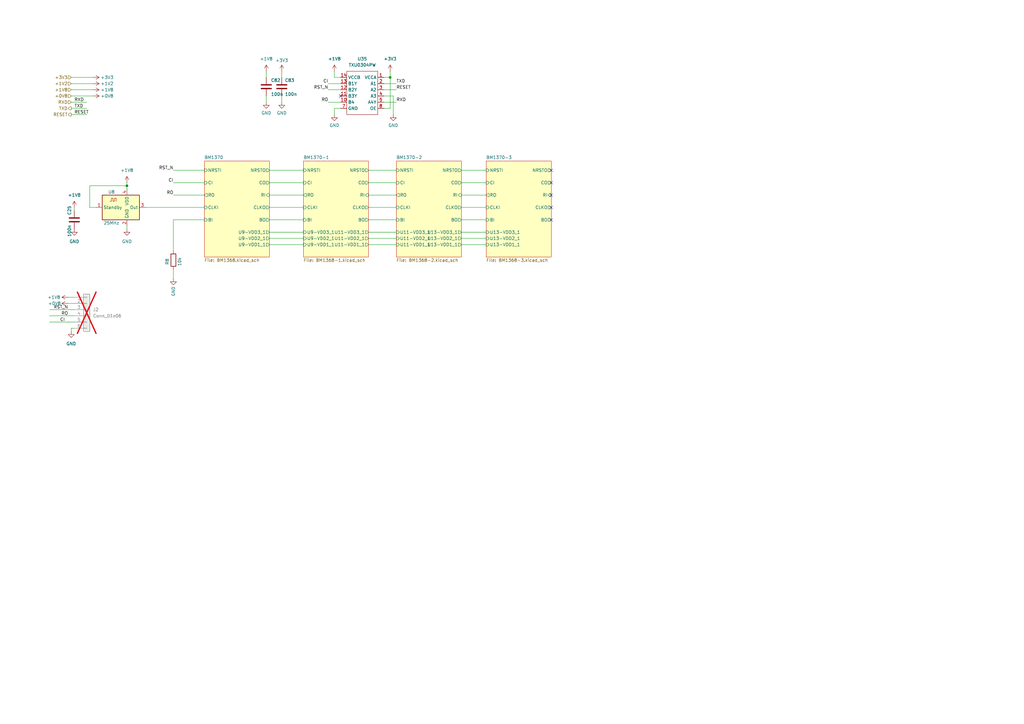
<source format=kicad_sch>
(kicad_sch
	(version 20231120)
	(generator "eeschema")
	(generator_version "8.0")
	(uuid "5ffa02c9-1f90-4b06-abee-1fc0c47a0c88")
	(paper "A3")
	(title_block
		(title "BM1366 PiAxe")
		(date "2023-10-10")
		(rev "202")
	)
	(lib_symbols
		(symbol "+3V3_1"
			(power)
			(pin_numbers hide)
			(pin_names
				(offset 0) hide)
			(exclude_from_sim no)
			(in_bom yes)
			(on_board yes)
			(property "Reference" "#PWR"
				(at 0 -3.81 0)
				(effects
					(font
						(size 1.27 1.27)
					)
					(hide yes)
				)
			)
			(property "Value" "+3V3"
				(at 0 3.556 0)
				(effects
					(font
						(size 1.27 1.27)
					)
				)
			)
			(property "Footprint" ""
				(at 0 0 0)
				(effects
					(font
						(size 1.27 1.27)
					)
					(hide yes)
				)
			)
			(property "Datasheet" ""
				(at 0 0 0)
				(effects
					(font
						(size 1.27 1.27)
					)
					(hide yes)
				)
			)
			(property "Description" "Power symbol creates a global label with name \"+3V3\""
				(at 0 0 0)
				(effects
					(font
						(size 1.27 1.27)
					)
					(hide yes)
				)
			)
			(property "ki_keywords" "global power"
				(at 0 0 0)
				(effects
					(font
						(size 1.27 1.27)
					)
					(hide yes)
				)
			)
			(symbol "+3V3_1_0_1"
				(polyline
					(pts
						(xy -0.762 1.27) (xy 0 2.54)
					)
					(stroke
						(width 0)
						(type default)
					)
					(fill
						(type none)
					)
				)
				(polyline
					(pts
						(xy 0 0) (xy 0 2.54)
					)
					(stroke
						(width 0)
						(type default)
					)
					(fill
						(type none)
					)
				)
				(polyline
					(pts
						(xy 0 2.54) (xy 0.762 1.27)
					)
					(stroke
						(width 0)
						(type default)
					)
					(fill
						(type none)
					)
				)
			)
			(symbol "+3V3_1_1_1"
				(pin power_in line
					(at 0 0 90)
					(length 0)
					(name "~"
						(effects
							(font
								(size 1.27 1.27)
							)
						)
					)
					(number "1"
						(effects
							(font
								(size 1.27 1.27)
							)
						)
					)
				)
			)
		)
		(symbol "Connector_Generic:Conn_01x06"
			(pin_names
				(offset 1.016) hide)
			(exclude_from_sim no)
			(in_bom yes)
			(on_board yes)
			(property "Reference" "J"
				(at 0 7.62 0)
				(effects
					(font
						(size 1.27 1.27)
					)
				)
			)
			(property "Value" "Conn_01x06"
				(at 0 -10.16 0)
				(effects
					(font
						(size 1.27 1.27)
					)
				)
			)
			(property "Footprint" ""
				(at 0 0 0)
				(effects
					(font
						(size 1.27 1.27)
					)
					(hide yes)
				)
			)
			(property "Datasheet" "~"
				(at 0 0 0)
				(effects
					(font
						(size 1.27 1.27)
					)
					(hide yes)
				)
			)
			(property "Description" "Generic connector, single row, 01x06, script generated (kicad-library-utils/schlib/autogen/connector/)"
				(at 0 0 0)
				(effects
					(font
						(size 1.27 1.27)
					)
					(hide yes)
				)
			)
			(property "ki_keywords" "connector"
				(at 0 0 0)
				(effects
					(font
						(size 1.27 1.27)
					)
					(hide yes)
				)
			)
			(property "ki_fp_filters" "Connector*:*_1x??_*"
				(at 0 0 0)
				(effects
					(font
						(size 1.27 1.27)
					)
					(hide yes)
				)
			)
			(symbol "Conn_01x06_1_1"
				(rectangle
					(start -1.27 -7.493)
					(end 0 -7.747)
					(stroke
						(width 0.1524)
						(type default)
					)
					(fill
						(type none)
					)
				)
				(rectangle
					(start -1.27 -4.953)
					(end 0 -5.207)
					(stroke
						(width 0.1524)
						(type default)
					)
					(fill
						(type none)
					)
				)
				(rectangle
					(start -1.27 -2.413)
					(end 0 -2.667)
					(stroke
						(width 0.1524)
						(type default)
					)
					(fill
						(type none)
					)
				)
				(rectangle
					(start -1.27 0.127)
					(end 0 -0.127)
					(stroke
						(width 0.1524)
						(type default)
					)
					(fill
						(type none)
					)
				)
				(rectangle
					(start -1.27 2.667)
					(end 0 2.413)
					(stroke
						(width 0.1524)
						(type default)
					)
					(fill
						(type none)
					)
				)
				(rectangle
					(start -1.27 5.207)
					(end 0 4.953)
					(stroke
						(width 0.1524)
						(type default)
					)
					(fill
						(type none)
					)
				)
				(rectangle
					(start -1.27 6.35)
					(end 1.27 -8.89)
					(stroke
						(width 0.254)
						(type default)
					)
					(fill
						(type background)
					)
				)
				(pin passive line
					(at -5.08 5.08 0)
					(length 3.81)
					(name "Pin_1"
						(effects
							(font
								(size 1.27 1.27)
							)
						)
					)
					(number "1"
						(effects
							(font
								(size 1.27 1.27)
							)
						)
					)
				)
				(pin passive line
					(at -5.08 2.54 0)
					(length 3.81)
					(name "Pin_2"
						(effects
							(font
								(size 1.27 1.27)
							)
						)
					)
					(number "2"
						(effects
							(font
								(size 1.27 1.27)
							)
						)
					)
				)
				(pin passive line
					(at -5.08 0 0)
					(length 3.81)
					(name "Pin_3"
						(effects
							(font
								(size 1.27 1.27)
							)
						)
					)
					(number "3"
						(effects
							(font
								(size 1.27 1.27)
							)
						)
					)
				)
				(pin passive line
					(at -5.08 -2.54 0)
					(length 3.81)
					(name "Pin_4"
						(effects
							(font
								(size 1.27 1.27)
							)
						)
					)
					(number "4"
						(effects
							(font
								(size 1.27 1.27)
							)
						)
					)
				)
				(pin passive line
					(at -5.08 -5.08 0)
					(length 3.81)
					(name "Pin_5"
						(effects
							(font
								(size 1.27 1.27)
							)
						)
					)
					(number "5"
						(effects
							(font
								(size 1.27 1.27)
							)
						)
					)
				)
				(pin passive line
					(at -5.08 -7.62 0)
					(length 3.81)
					(name "Pin_6"
						(effects
							(font
								(size 1.27 1.27)
							)
						)
					)
					(number "6"
						(effects
							(font
								(size 1.27 1.27)
							)
						)
					)
				)
			)
		)
		(symbol "Device:C"
			(pin_numbers hide)
			(pin_names
				(offset 0.254)
			)
			(exclude_from_sim no)
			(in_bom yes)
			(on_board yes)
			(property "Reference" "C"
				(at 0.635 2.54 0)
				(effects
					(font
						(size 1.27 1.27)
					)
					(justify left)
				)
			)
			(property "Value" "C"
				(at 0.635 -2.54 0)
				(effects
					(font
						(size 1.27 1.27)
					)
					(justify left)
				)
			)
			(property "Footprint" ""
				(at 0.9652 -3.81 0)
				(effects
					(font
						(size 1.27 1.27)
					)
					(hide yes)
				)
			)
			(property "Datasheet" "~"
				(at 0 0 0)
				(effects
					(font
						(size 1.27 1.27)
					)
					(hide yes)
				)
			)
			(property "Description" "Unpolarized capacitor"
				(at 0 0 0)
				(effects
					(font
						(size 1.27 1.27)
					)
					(hide yes)
				)
			)
			(property "ki_keywords" "cap capacitor"
				(at 0 0 0)
				(effects
					(font
						(size 1.27 1.27)
					)
					(hide yes)
				)
			)
			(property "ki_fp_filters" "C_*"
				(at 0 0 0)
				(effects
					(font
						(size 1.27 1.27)
					)
					(hide yes)
				)
			)
			(symbol "C_0_1"
				(polyline
					(pts
						(xy -2.032 -0.762) (xy 2.032 -0.762)
					)
					(stroke
						(width 0.508)
						(type default)
					)
					(fill
						(type none)
					)
				)
				(polyline
					(pts
						(xy -2.032 0.762) (xy 2.032 0.762)
					)
					(stroke
						(width 0.508)
						(type default)
					)
					(fill
						(type none)
					)
				)
			)
			(symbol "C_1_1"
				(pin passive line
					(at 0 3.81 270)
					(length 2.794)
					(name "~"
						(effects
							(font
								(size 1.27 1.27)
							)
						)
					)
					(number "1"
						(effects
							(font
								(size 1.27 1.27)
							)
						)
					)
				)
				(pin passive line
					(at 0 -3.81 90)
					(length 2.794)
					(name "~"
						(effects
							(font
								(size 1.27 1.27)
							)
						)
					)
					(number "2"
						(effects
							(font
								(size 1.27 1.27)
							)
						)
					)
				)
			)
		)
		(symbol "Device:R"
			(pin_numbers hide)
			(pin_names
				(offset 0)
			)
			(exclude_from_sim no)
			(in_bom yes)
			(on_board yes)
			(property "Reference" "R"
				(at 2.032 0 90)
				(effects
					(font
						(size 1.27 1.27)
					)
				)
			)
			(property "Value" "R"
				(at 0 0 90)
				(effects
					(font
						(size 1.27 1.27)
					)
				)
			)
			(property "Footprint" ""
				(at -1.778 0 90)
				(effects
					(font
						(size 1.27 1.27)
					)
					(hide yes)
				)
			)
			(property "Datasheet" "~"
				(at 0 0 0)
				(effects
					(font
						(size 1.27 1.27)
					)
					(hide yes)
				)
			)
			(property "Description" "Resistor"
				(at 0 0 0)
				(effects
					(font
						(size 1.27 1.27)
					)
					(hide yes)
				)
			)
			(property "ki_keywords" "R res resistor"
				(at 0 0 0)
				(effects
					(font
						(size 1.27 1.27)
					)
					(hide yes)
				)
			)
			(property "ki_fp_filters" "R_*"
				(at 0 0 0)
				(effects
					(font
						(size 1.27 1.27)
					)
					(hide yes)
				)
			)
			(symbol "R_0_1"
				(rectangle
					(start -1.016 -2.54)
					(end 1.016 2.54)
					(stroke
						(width 0.254)
						(type default)
					)
					(fill
						(type none)
					)
				)
			)
			(symbol "R_1_1"
				(pin passive line
					(at 0 3.81 270)
					(length 1.27)
					(name "~"
						(effects
							(font
								(size 1.27 1.27)
							)
						)
					)
					(number "1"
						(effects
							(font
								(size 1.27 1.27)
							)
						)
					)
				)
				(pin passive line
					(at 0 -3.81 90)
					(length 1.27)
					(name "~"
						(effects
							(font
								(size 1.27 1.27)
							)
						)
					)
					(number "2"
						(effects
							(font
								(size 1.27 1.27)
							)
						)
					)
				)
			)
		)
		(symbol "GND_2"
			(power)
			(pin_names
				(offset 0)
			)
			(exclude_from_sim no)
			(in_bom yes)
			(on_board yes)
			(property "Reference" "#PWR"
				(at 0 -6.35 0)
				(effects
					(font
						(size 1.27 1.27)
					)
					(hide yes)
				)
			)
			(property "Value" "GND_2"
				(at 0 -3.81 0)
				(effects
					(font
						(size 1.27 1.27)
					)
				)
			)
			(property "Footprint" ""
				(at 0 0 0)
				(effects
					(font
						(size 1.27 1.27)
					)
					(hide yes)
				)
			)
			(property "Datasheet" ""
				(at 0 0 0)
				(effects
					(font
						(size 1.27 1.27)
					)
					(hide yes)
				)
			)
			(property "Description" "Power symbol creates a global label with name \"GND\" , ground"
				(at 0 0 0)
				(effects
					(font
						(size 1.27 1.27)
					)
					(hide yes)
				)
			)
			(property "ki_keywords" "global power"
				(at 0 0 0)
				(effects
					(font
						(size 1.27 1.27)
					)
					(hide yes)
				)
			)
			(symbol "GND_2_0_1"
				(polyline
					(pts
						(xy 0 0) (xy 0 -1.27) (xy 1.27 -1.27) (xy 0 -2.54) (xy -1.27 -1.27) (xy 0 -1.27)
					)
					(stroke
						(width 0)
						(type default)
					)
					(fill
						(type none)
					)
				)
			)
			(symbol "GND_2_1_1"
				(pin power_in line
					(at 0 0 270)
					(length 0) hide
					(name "GND"
						(effects
							(font
								(size 1.27 1.27)
							)
						)
					)
					(number "1"
						(effects
							(font
								(size 1.27 1.27)
							)
						)
					)
				)
			)
		)
		(symbol "GND_3"
			(power)
			(pin_names
				(offset 0)
			)
			(exclude_from_sim no)
			(in_bom yes)
			(on_board yes)
			(property "Reference" "#PWR"
				(at 0 -6.35 0)
				(effects
					(font
						(size 1.27 1.27)
					)
					(hide yes)
				)
			)
			(property "Value" "GND_3"
				(at 0 -3.81 0)
				(effects
					(font
						(size 1.27 1.27)
					)
				)
			)
			(property "Footprint" ""
				(at 0 0 0)
				(effects
					(font
						(size 1.27 1.27)
					)
					(hide yes)
				)
			)
			(property "Datasheet" ""
				(at 0 0 0)
				(effects
					(font
						(size 1.27 1.27)
					)
					(hide yes)
				)
			)
			(property "Description" "Power symbol creates a global label with name \"GND\" , ground"
				(at 0 0 0)
				(effects
					(font
						(size 1.27 1.27)
					)
					(hide yes)
				)
			)
			(property "ki_keywords" "global power"
				(at 0 0 0)
				(effects
					(font
						(size 1.27 1.27)
					)
					(hide yes)
				)
			)
			(symbol "GND_3_0_1"
				(polyline
					(pts
						(xy 0 0) (xy 0 -1.27) (xy 1.27 -1.27) (xy 0 -2.54) (xy -1.27 -1.27) (xy 0 -1.27)
					)
					(stroke
						(width 0)
						(type default)
					)
					(fill
						(type none)
					)
				)
			)
			(symbol "GND_3_1_1"
				(pin power_in line
					(at 0 0 270)
					(length 0) hide
					(name "GND"
						(effects
							(font
								(size 1.27 1.27)
							)
						)
					)
					(number "1"
						(effects
							(font
								(size 1.27 1.27)
							)
						)
					)
				)
			)
		)
		(symbol "GND_4"
			(power)
			(pin_names
				(offset 0)
			)
			(exclude_from_sim no)
			(in_bom yes)
			(on_board yes)
			(property "Reference" "#PWR"
				(at 0 -6.35 0)
				(effects
					(font
						(size 1.27 1.27)
					)
					(hide yes)
				)
			)
			(property "Value" "GND_4"
				(at 0 -3.81 0)
				(effects
					(font
						(size 1.27 1.27)
					)
				)
			)
			(property "Footprint" ""
				(at 0 0 0)
				(effects
					(font
						(size 1.27 1.27)
					)
					(hide yes)
				)
			)
			(property "Datasheet" ""
				(at 0 0 0)
				(effects
					(font
						(size 1.27 1.27)
					)
					(hide yes)
				)
			)
			(property "Description" "Power symbol creates a global label with name \"GND\" , ground"
				(at 0 0 0)
				(effects
					(font
						(size 1.27 1.27)
					)
					(hide yes)
				)
			)
			(property "ki_keywords" "global power"
				(at 0 0 0)
				(effects
					(font
						(size 1.27 1.27)
					)
					(hide yes)
				)
			)
			(symbol "GND_4_0_1"
				(polyline
					(pts
						(xy 0 0) (xy 0 -1.27) (xy 1.27 -1.27) (xy 0 -2.54) (xy -1.27 -1.27) (xy 0 -1.27)
					)
					(stroke
						(width 0)
						(type default)
					)
					(fill
						(type none)
					)
				)
			)
			(symbol "GND_4_1_1"
				(pin power_in line
					(at 0 0 270)
					(length 0) hide
					(name "GND"
						(effects
							(font
								(size 1.27 1.27)
							)
						)
					)
					(number "1"
						(effects
							(font
								(size 1.27 1.27)
							)
						)
					)
				)
			)
		)
		(symbol "GND_5"
			(power)
			(pin_names
				(offset 0)
			)
			(exclude_from_sim no)
			(in_bom yes)
			(on_board yes)
			(property "Reference" "#PWR"
				(at 0 -6.35 0)
				(effects
					(font
						(size 1.27 1.27)
					)
					(hide yes)
				)
			)
			(property "Value" "GND_5"
				(at 0 -3.81 0)
				(effects
					(font
						(size 1.27 1.27)
					)
				)
			)
			(property "Footprint" ""
				(at 0 0 0)
				(effects
					(font
						(size 1.27 1.27)
					)
					(hide yes)
				)
			)
			(property "Datasheet" ""
				(at 0 0 0)
				(effects
					(font
						(size 1.27 1.27)
					)
					(hide yes)
				)
			)
			(property "Description" "Power symbol creates a global label with name \"GND\" , ground"
				(at 0 0 0)
				(effects
					(font
						(size 1.27 1.27)
					)
					(hide yes)
				)
			)
			(property "ki_keywords" "global power"
				(at 0 0 0)
				(effects
					(font
						(size 1.27 1.27)
					)
					(hide yes)
				)
			)
			(symbol "GND_5_0_1"
				(polyline
					(pts
						(xy 0 0) (xy 0 -1.27) (xy 1.27 -1.27) (xy 0 -2.54) (xy -1.27 -1.27) (xy 0 -1.27)
					)
					(stroke
						(width 0)
						(type default)
					)
					(fill
						(type none)
					)
				)
			)
			(symbol "GND_5_1_1"
				(pin power_in line
					(at 0 0 270)
					(length 0) hide
					(name "GND"
						(effects
							(font
								(size 1.27 1.27)
							)
						)
					)
					(number "1"
						(effects
							(font
								(size 1.27 1.27)
							)
						)
					)
				)
			)
		)
		(symbol "GND_8"
			(power)
			(pin_names
				(offset 0)
			)
			(exclude_from_sim no)
			(in_bom yes)
			(on_board yes)
			(property "Reference" "#PWR"
				(at 0 -6.35 0)
				(effects
					(font
						(size 1.27 1.27)
					)
					(hide yes)
				)
			)
			(property "Value" "GND_8"
				(at 0 -3.81 0)
				(effects
					(font
						(size 1.27 1.27)
					)
				)
			)
			(property "Footprint" ""
				(at 0 0 0)
				(effects
					(font
						(size 1.27 1.27)
					)
					(hide yes)
				)
			)
			(property "Datasheet" ""
				(at 0 0 0)
				(effects
					(font
						(size 1.27 1.27)
					)
					(hide yes)
				)
			)
			(property "Description" "Power symbol creates a global label with name \"GND\" , ground"
				(at 0 0 0)
				(effects
					(font
						(size 1.27 1.27)
					)
					(hide yes)
				)
			)
			(property "ki_keywords" "global power"
				(at 0 0 0)
				(effects
					(font
						(size 1.27 1.27)
					)
					(hide yes)
				)
			)
			(symbol "GND_8_0_1"
				(polyline
					(pts
						(xy 0 0) (xy 0 -1.27) (xy 1.27 -1.27) (xy 0 -2.54) (xy -1.27 -1.27) (xy 0 -1.27)
					)
					(stroke
						(width 0)
						(type default)
					)
					(fill
						(type none)
					)
				)
			)
			(symbol "GND_8_1_1"
				(pin power_in line
					(at 0 0 270)
					(length 0) hide
					(name "GND"
						(effects
							(font
								(size 1.27 1.27)
							)
						)
					)
					(number "1"
						(effects
							(font
								(size 1.27 1.27)
							)
						)
					)
				)
			)
		)
		(symbol "Oscillator:ASDMB-xxxMHz"
			(exclude_from_sim no)
			(in_bom yes)
			(on_board yes)
			(property "Reference" "U"
				(at -6.35 6.35 0)
				(effects
					(font
						(size 1.27 1.27)
					)
				)
			)
			(property "Value" "ASDMB-xxxMHz"
				(at 11.43 6.35 0)
				(effects
					(font
						(size 1.27 1.27)
					)
				)
			)
			(property "Footprint" "Oscillator:Oscillator_SMD_Abracon_ASDMB-4Pin_2.5x2.0mm"
				(at 0 0 0)
				(effects
					(font
						(size 1.27 1.27)
					)
					(hide yes)
				)
			)
			(property "Datasheet" "https://abracon.com/Oscillators/ASDMB.pdf"
				(at 7.62 11.43 0)
				(effects
					(font
						(size 1.27 1.27)
					)
					(hide yes)
				)
			)
			(property "Description" "1.8-3.3V SMD Ultra Miniature Crystal Clock Oscillator, Abracon"
				(at 0 0 0)
				(effects
					(font
						(size 1.27 1.27)
					)
					(hide yes)
				)
			)
			(property "ki_keywords" "1.8-3.3V SMD Ultra Miniature Crystal Clock Oscillator"
				(at 0 0 0)
				(effects
					(font
						(size 1.27 1.27)
					)
					(hide yes)
				)
			)
			(property "ki_fp_filters" "Oscillator*SMD*Abracon*ASDMB*2.5x2.0mm*"
				(at 0 0 0)
				(effects
					(font
						(size 1.27 1.27)
					)
					(hide yes)
				)
			)
			(symbol "ASDMB-xxxMHz_1_1"
				(rectangle
					(start -7.62 5.08)
					(end 7.62 -5.08)
					(stroke
						(width 0.254)
						(type default)
					)
					(fill
						(type background)
					)
				)
				(polyline
					(pts
						(xy -4.445 2.54) (xy -3.81 2.54) (xy -3.81 3.81) (xy -3.175 3.81) (xy -3.175 2.54) (xy -2.54 2.54)
						(xy -2.54 3.81) (xy -1.905 3.81) (xy -1.905 2.54)
					)
					(stroke
						(width 0)
						(type default)
					)
					(fill
						(type none)
					)
				)
				(pin input line
					(at -10.16 0 0)
					(length 2.54)
					(name "Standby"
						(effects
							(font
								(size 1.27 1.27)
							)
						)
					)
					(number "1"
						(effects
							(font
								(size 1.27 1.27)
							)
						)
					)
				)
				(pin power_in line
					(at 2.54 -7.62 90)
					(length 2.54)
					(name "GND"
						(effects
							(font
								(size 1.27 1.27)
							)
						)
					)
					(number "2"
						(effects
							(font
								(size 1.27 1.27)
							)
						)
					)
				)
				(pin output line
					(at 10.16 0 180)
					(length 2.54)
					(name "Out"
						(effects
							(font
								(size 1.27 1.27)
							)
						)
					)
					(number "3"
						(effects
							(font
								(size 1.27 1.27)
							)
						)
					)
				)
				(pin power_in line
					(at 2.54 7.62 270)
					(length 2.54)
					(name "VDD"
						(effects
							(font
								(size 1.27 1.27)
							)
						)
					)
					(number "4"
						(effects
							(font
								(size 1.27 1.27)
							)
						)
					)
				)
			)
		)
		(symbol "mylib7:+0V8"
			(power)
			(exclude_from_sim yes)
			(in_bom no)
			(on_board no)
			(property "Reference" "U18"
				(at 3.81 1.27 0)
				(effects
					(font
						(size 1.27 1.27)
					)
					(hide yes)
				)
			)
			(property "Value" "+0V8"
				(at 0 3.175 90)
				(effects
					(font
						(size 1.27 1.27)
					)
					(justify left)
				)
			)
			(property "Footprint" ""
				(at 0 0 0)
				(effects
					(font
						(size 1.27 1.27)
					)
					(hide yes)
				)
			)
			(property "Datasheet" ""
				(at 0 0 0)
				(effects
					(font
						(size 1.27 1.27)
					)
					(hide yes)
				)
			)
			(property "Description" ""
				(at 0 0 0)
				(effects
					(font
						(size 1.27 1.27)
					)
					(hide yes)
				)
			)
			(property "Distributor" "-"
				(at 0 0 0)
				(effects
					(font
						(size 1.27 1.27)
					)
					(hide yes)
				)
			)
			(symbol "+0V8_0_1"
				(polyline
					(pts
						(xy -0.762 1.27) (xy 0 2.54)
					)
					(stroke
						(width 0)
						(type default)
					)
					(fill
						(type none)
					)
				)
				(polyline
					(pts
						(xy 0 0) (xy 0 2.54)
					)
					(stroke
						(width 0)
						(type default)
					)
					(fill
						(type none)
					)
				)
				(polyline
					(pts
						(xy 0 2.54) (xy 0.762 1.27)
					)
					(stroke
						(width 0)
						(type default)
					)
					(fill
						(type none)
					)
				)
			)
			(symbol "+0V8_1_1"
				(pin power_in line
					(at 0 0 90)
					(length 0) hide
					(name "+0V8"
						(effects
							(font
								(size 1.27 1.27)
							)
						)
					)
					(number "1"
						(effects
							(font
								(size 1.27 1.27)
							)
						)
					)
				)
			)
		)
		(symbol "mylib7:TXU0304"
			(exclude_from_sim no)
			(in_bom yes)
			(on_board yes)
			(property "Reference" "U"
				(at -1.27 8.382 0)
				(effects
					(font
						(size 1.27 1.27)
					)
				)
			)
			(property "Value" "TXU0304PW"
				(at -10.16 2.54 0)
				(effects
					(font
						(size 1.27 1.27)
					)
				)
			)
			(property "Footprint" "Package_SO:TSSOP-14_4.4x5mm_P0.65mm "
				(at -10.16 2.54 0)
				(effects
					(font
						(size 1.27 1.27)
					)
					(hide yes)
				)
			)
			(property "Datasheet" ""
				(at -10.16 2.54 0)
				(effects
					(font
						(size 1.27 1.27)
					)
					(hide yes)
				)
			)
			(property "Description" ""
				(at -10.16 2.54 0)
				(effects
					(font
						(size 1.27 1.27)
					)
					(hide yes)
				)
			)
			(symbol "TXU0304_0_1"
				(rectangle
					(start -7.62 7.62)
					(end 5.08 -10.16)
					(stroke
						(width 0)
						(type default)
					)
					(fill
						(type none)
					)
				)
			)
			(symbol "TXU0304_1_1"
				(pin power_in line
					(at -10.16 5.08 0)
					(length 2.54)
					(name "VCCA"
						(effects
							(font
								(size 1.27 1.27)
							)
						)
					)
					(number "1"
						(effects
							(font
								(size 1.27 1.27)
							)
						)
					)
				)
				(pin input line
					(at 7.62 -5.08 180)
					(length 2.54)
					(name "B4"
						(effects
							(font
								(size 1.27 1.27)
							)
						)
					)
					(number "10"
						(effects
							(font
								(size 1.27 1.27)
							)
						)
					)
				)
				(pin output line
					(at 7.62 -2.54 180)
					(length 2.54)
					(name "B3Y"
						(effects
							(font
								(size 1.27 1.27)
							)
						)
					)
					(number "11"
						(effects
							(font
								(size 1.27 1.27)
							)
						)
					)
				)
				(pin output line
					(at 7.62 0 180)
					(length 2.54)
					(name "B2Y"
						(effects
							(font
								(size 1.27 1.27)
							)
						)
					)
					(number "12"
						(effects
							(font
								(size 1.27 1.27)
							)
						)
					)
				)
				(pin output line
					(at 7.62 2.54 180)
					(length 2.54)
					(name "B1Y"
						(effects
							(font
								(size 1.27 1.27)
							)
						)
					)
					(number "13"
						(effects
							(font
								(size 1.27 1.27)
							)
						)
					)
				)
				(pin power_in line
					(at 7.62 5.08 180)
					(length 2.54)
					(name "VCCB"
						(effects
							(font
								(size 1.27 1.27)
							)
						)
					)
					(number "14"
						(effects
							(font
								(size 1.27 1.27)
							)
						)
					)
				)
				(pin input line
					(at -10.16 2.54 0)
					(length 2.54)
					(name "A1"
						(effects
							(font
								(size 1.27 1.27)
							)
						)
					)
					(number "2"
						(effects
							(font
								(size 1.27 1.27)
							)
						)
					)
				)
				(pin input line
					(at -10.16 0 0)
					(length 2.54)
					(name "A2"
						(effects
							(font
								(size 1.27 1.27)
							)
						)
					)
					(number "3"
						(effects
							(font
								(size 1.27 1.27)
							)
						)
					)
				)
				(pin input line
					(at -10.16 -2.54 0)
					(length 2.54)
					(name "A3"
						(effects
							(font
								(size 1.27 1.27)
							)
						)
					)
					(number "4"
						(effects
							(font
								(size 1.27 1.27)
							)
						)
					)
				)
				(pin output line
					(at -10.16 -5.08 0)
					(length 2.54)
					(name "A4Y"
						(effects
							(font
								(size 1.27 1.27)
							)
						)
					)
					(number "5"
						(effects
							(font
								(size 1.27 1.27)
							)
						)
					)
				)
				(pin passive line
					(at 7.62 -7.62 180)
					(length 2.54)
					(name "GND"
						(effects
							(font
								(size 1.27 1.27)
							)
						)
					)
					(number "7"
						(effects
							(font
								(size 1.27 1.27)
							)
						)
					)
				)
				(pin input line
					(at -10.16 -7.62 0)
					(length 2.54)
					(name "OE"
						(effects
							(font
								(size 1.27 1.27)
							)
						)
					)
					(number "8"
						(effects
							(font
								(size 1.27 1.27)
							)
						)
					)
				)
			)
		)
		(symbol "power:+1V2"
			(power)
			(pin_names
				(offset 0)
			)
			(exclude_from_sim no)
			(in_bom yes)
			(on_board yes)
			(property "Reference" "#PWR"
				(at 0 -3.81 0)
				(effects
					(font
						(size 1.27 1.27)
					)
					(hide yes)
				)
			)
			(property "Value" "+1V2"
				(at 0 3.556 0)
				(effects
					(font
						(size 1.27 1.27)
					)
				)
			)
			(property "Footprint" ""
				(at 0 0 0)
				(effects
					(font
						(size 1.27 1.27)
					)
					(hide yes)
				)
			)
			(property "Datasheet" ""
				(at 0 0 0)
				(effects
					(font
						(size 1.27 1.27)
					)
					(hide yes)
				)
			)
			(property "Description" "Power symbol creates a global label with name \"+1V2\""
				(at 0 0 0)
				(effects
					(font
						(size 1.27 1.27)
					)
					(hide yes)
				)
			)
			(property "ki_keywords" "global power"
				(at 0 0 0)
				(effects
					(font
						(size 1.27 1.27)
					)
					(hide yes)
				)
			)
			(symbol "+1V2_0_1"
				(polyline
					(pts
						(xy -0.762 1.27) (xy 0 2.54)
					)
					(stroke
						(width 0)
						(type default)
					)
					(fill
						(type none)
					)
				)
				(polyline
					(pts
						(xy 0 0) (xy 0 2.54)
					)
					(stroke
						(width 0)
						(type default)
					)
					(fill
						(type none)
					)
				)
				(polyline
					(pts
						(xy 0 2.54) (xy 0.762 1.27)
					)
					(stroke
						(width 0)
						(type default)
					)
					(fill
						(type none)
					)
				)
			)
			(symbol "+1V2_1_1"
				(pin power_in line
					(at 0 0 90)
					(length 0) hide
					(name "+1V2"
						(effects
							(font
								(size 1.27 1.27)
							)
						)
					)
					(number "1"
						(effects
							(font
								(size 1.27 1.27)
							)
						)
					)
				)
			)
		)
		(symbol "power:+1V8"
			(power)
			(pin_names
				(offset 0)
			)
			(exclude_from_sim no)
			(in_bom yes)
			(on_board yes)
			(property "Reference" "#PWR"
				(at 0 -3.81 0)
				(effects
					(font
						(size 1.27 1.27)
					)
					(hide yes)
				)
			)
			(property "Value" "+1V8"
				(at 0 3.556 0)
				(effects
					(font
						(size 1.27 1.27)
					)
				)
			)
			(property "Footprint" ""
				(at 0 0 0)
				(effects
					(font
						(size 1.27 1.27)
					)
					(hide yes)
				)
			)
			(property "Datasheet" ""
				(at 0 0 0)
				(effects
					(font
						(size 1.27 1.27)
					)
					(hide yes)
				)
			)
			(property "Description" "Power symbol creates a global label with name \"+1V8\""
				(at 0 0 0)
				(effects
					(font
						(size 1.27 1.27)
					)
					(hide yes)
				)
			)
			(property "ki_keywords" "global power"
				(at 0 0 0)
				(effects
					(font
						(size 1.27 1.27)
					)
					(hide yes)
				)
			)
			(symbol "+1V8_0_1"
				(polyline
					(pts
						(xy -0.762 1.27) (xy 0 2.54)
					)
					(stroke
						(width 0)
						(type default)
					)
					(fill
						(type none)
					)
				)
				(polyline
					(pts
						(xy 0 0) (xy 0 2.54)
					)
					(stroke
						(width 0)
						(type default)
					)
					(fill
						(type none)
					)
				)
				(polyline
					(pts
						(xy 0 2.54) (xy 0.762 1.27)
					)
					(stroke
						(width 0)
						(type default)
					)
					(fill
						(type none)
					)
				)
			)
			(symbol "+1V8_1_1"
				(pin power_in line
					(at 0 0 90)
					(length 0) hide
					(name "+1V8"
						(effects
							(font
								(size 1.27 1.27)
							)
						)
					)
					(number "1"
						(effects
							(font
								(size 1.27 1.27)
							)
						)
					)
				)
			)
		)
		(symbol "power:+3V3"
			(power)
			(pin_names
				(offset 0)
			)
			(exclude_from_sim no)
			(in_bom yes)
			(on_board yes)
			(property "Reference" "#PWR"
				(at 0 -3.81 0)
				(effects
					(font
						(size 1.27 1.27)
					)
					(hide yes)
				)
			)
			(property "Value" "+3V3"
				(at 0 3.556 0)
				(effects
					(font
						(size 1.27 1.27)
					)
				)
			)
			(property "Footprint" ""
				(at 0 0 0)
				(effects
					(font
						(size 1.27 1.27)
					)
					(hide yes)
				)
			)
			(property "Datasheet" ""
				(at 0 0 0)
				(effects
					(font
						(size 1.27 1.27)
					)
					(hide yes)
				)
			)
			(property "Description" "Power symbol creates a global label with name \"+3V3\""
				(at 0 0 0)
				(effects
					(font
						(size 1.27 1.27)
					)
					(hide yes)
				)
			)
			(property "ki_keywords" "global power"
				(at 0 0 0)
				(effects
					(font
						(size 1.27 1.27)
					)
					(hide yes)
				)
			)
			(symbol "+3V3_0_1"
				(polyline
					(pts
						(xy -0.762 1.27) (xy 0 2.54)
					)
					(stroke
						(width 0)
						(type default)
					)
					(fill
						(type none)
					)
				)
				(polyline
					(pts
						(xy 0 0) (xy 0 2.54)
					)
					(stroke
						(width 0)
						(type default)
					)
					(fill
						(type none)
					)
				)
				(polyline
					(pts
						(xy 0 2.54) (xy 0.762 1.27)
					)
					(stroke
						(width 0)
						(type default)
					)
					(fill
						(type none)
					)
				)
			)
			(symbol "+3V3_1_1"
				(pin power_in line
					(at 0 0 90)
					(length 0) hide
					(name "+3V3"
						(effects
							(font
								(size 1.27 1.27)
							)
						)
					)
					(number "1"
						(effects
							(font
								(size 1.27 1.27)
							)
						)
					)
				)
			)
		)
		(symbol "power:GND"
			(power)
			(pin_names
				(offset 0)
			)
			(exclude_from_sim no)
			(in_bom yes)
			(on_board yes)
			(property "Reference" "#PWR"
				(at 0 -6.35 0)
				(effects
					(font
						(size 1.27 1.27)
					)
					(hide yes)
				)
			)
			(property "Value" "GND"
				(at 0 -3.81 0)
				(effects
					(font
						(size 1.27 1.27)
					)
				)
			)
			(property "Footprint" ""
				(at 0 0 0)
				(effects
					(font
						(size 1.27 1.27)
					)
					(hide yes)
				)
			)
			(property "Datasheet" ""
				(at 0 0 0)
				(effects
					(font
						(size 1.27 1.27)
					)
					(hide yes)
				)
			)
			(property "Description" "Power symbol creates a global label with name \"GND\" , ground"
				(at 0 0 0)
				(effects
					(font
						(size 1.27 1.27)
					)
					(hide yes)
				)
			)
			(property "ki_keywords" "power-flag"
				(at 0 0 0)
				(effects
					(font
						(size 1.27 1.27)
					)
					(hide yes)
				)
			)
			(symbol "GND_0_1"
				(polyline
					(pts
						(xy 0 0) (xy 0 -1.27) (xy 1.27 -1.27) (xy 0 -2.54) (xy -1.27 -1.27) (xy 0 -1.27)
					)
					(stroke
						(width 0)
						(type default)
					)
					(fill
						(type none)
					)
				)
			)
			(symbol "GND_1_1"
				(pin power_in line
					(at 0 0 270)
					(length 0) hide
					(name "GND"
						(effects
							(font
								(size 1.27 1.27)
							)
						)
					)
					(number "1"
						(effects
							(font
								(size 1.27 1.27)
							)
						)
					)
				)
			)
		)
	)
	(junction
		(at 160.02 31.75)
		(diameter 0)
		(color 0 0 0 0)
		(uuid "1e460c12-e39d-4edf-b0a2-2f9fa5fa4618")
	)
	(junction
		(at 52.07 76.2)
		(diameter 0)
		(color 0 0 0 0)
		(uuid "53b10393-870d-4edd-ab50-a3cc5fa61bb3")
	)
	(no_connect
		(at 226.06 74.93)
		(uuid "08ee2bdf-d1a5-4447-b8a4-23fe1150fe90")
	)
	(no_connect
		(at 139.7 39.37)
		(uuid "0a7bbcfb-83e5-4baa-be09-0f3d4360ab4b")
	)
	(no_connect
		(at 226.06 85.09)
		(uuid "23139d8f-f4ce-4495-a8cb-9eb88613933f")
	)
	(no_connect
		(at 226.06 80.01)
		(uuid "2460429a-0f37-40cc-baf5-95cddaa2e113")
	)
	(no_connect
		(at 226.06 69.85)
		(uuid "9a81d916-a8a8-44d2-ab78-45bd12ce3a1c")
	)
	(no_connect
		(at 226.06 90.17)
		(uuid "b05b9e74-b684-46f3-9995-bdfb0d8f3102")
	)
	(wire
		(pts
			(xy 52.07 76.2) (xy 52.07 77.47)
		)
		(stroke
			(width 0)
			(type default)
		)
		(uuid "04c03de2-8f8a-48d0-90a7-8aa41259ffa3")
	)
	(wire
		(pts
			(xy 151.13 90.17) (xy 162.56 90.17)
		)
		(stroke
			(width 0)
			(type default)
		)
		(uuid "057f7930-c208-4369-9768-6e4e0493065e")
	)
	(wire
		(pts
			(xy 29.21 34.29) (xy 38.1 34.29)
		)
		(stroke
			(width 0)
			(type default)
		)
		(uuid "0a87c48f-a14c-434c-bc96-0b5e09bf8158")
	)
	(wire
		(pts
			(xy 151.13 74.93) (xy 162.56 74.93)
		)
		(stroke
			(width 0)
			(type default)
		)
		(uuid "0eb37b8d-6f30-4448-a525-b4553d8bd29e")
	)
	(wire
		(pts
			(xy 134.62 34.29) (xy 139.7 34.29)
		)
		(stroke
			(width 0)
			(type default)
		)
		(uuid "1293e475-363a-4f35-bc0b-422fbfc11a29")
	)
	(wire
		(pts
			(xy 151.13 100.33) (xy 162.56 100.33)
		)
		(stroke
			(width 0)
			(type default)
		)
		(uuid "12ea450c-5fc1-4256-8ee2-1658db16a4bf")
	)
	(wire
		(pts
			(xy 52.07 74.93) (xy 52.07 76.2)
		)
		(stroke
			(width 0)
			(type default)
		)
		(uuid "1590fdf6-e0e8-4b3f-b9dc-a8157272ad07")
	)
	(wire
		(pts
			(xy 137.16 29.21) (xy 137.16 31.75)
		)
		(stroke
			(width 0)
			(type default)
		)
		(uuid "187c8160-ce3e-49ca-a821-ac9ff1592d36")
	)
	(wire
		(pts
			(xy 30.48 85.09) (xy 30.48 86.36)
		)
		(stroke
			(width 0)
			(type default)
		)
		(uuid "1b810661-510b-44cc-89a6-95c50652c918")
	)
	(wire
		(pts
			(xy 189.23 90.17) (xy 199.39 90.17)
		)
		(stroke
			(width 0)
			(type default)
		)
		(uuid "1f7ad7a2-e832-4f53-9bdf-80885ba0c04f")
	)
	(wire
		(pts
			(xy 189.23 85.09) (xy 199.39 85.09)
		)
		(stroke
			(width 0)
			(type default)
		)
		(uuid "20f781b1-a7ae-4528-8377-ac0348848745")
	)
	(wire
		(pts
			(xy 27.94 124.46) (xy 30.48 124.46)
		)
		(stroke
			(width 0)
			(type default)
		)
		(uuid "21335347-57f0-44d2-ad3c-eef7a774dea9")
	)
	(wire
		(pts
			(xy 151.13 80.01) (xy 162.56 80.01)
		)
		(stroke
			(width 0)
			(type default)
		)
		(uuid "294e3f59-9ee0-447d-bcce-183681d084a4")
	)
	(wire
		(pts
			(xy 36.83 76.2) (xy 36.83 85.09)
		)
		(stroke
			(width 0)
			(type default)
		)
		(uuid "31173be2-eb08-45a2-84c1-350bf1fb8c98")
	)
	(wire
		(pts
			(xy 161.29 39.37) (xy 157.48 39.37)
		)
		(stroke
			(width 0)
			(type default)
		)
		(uuid "3657e819-1874-48ad-8cb1-aa08a519f644")
	)
	(wire
		(pts
			(xy 110.49 97.79) (xy 124.46 97.79)
		)
		(stroke
			(width 0)
			(type default)
		)
		(uuid "37847cd1-4300-41fe-8299-84b4dd32cedd")
	)
	(wire
		(pts
			(xy 29.21 31.75) (xy 38.1 31.75)
		)
		(stroke
			(width 0)
			(type default)
		)
		(uuid "3c0ba4b3-cc61-4526-9ed1-0ec6f1406a46")
	)
	(wire
		(pts
			(xy 52.07 76.2) (xy 36.83 76.2)
		)
		(stroke
			(width 0)
			(type default)
		)
		(uuid "3cf0458e-b447-4cb8-a201-b848c52b5d06")
	)
	(wire
		(pts
			(xy 71.12 90.17) (xy 83.82 90.17)
		)
		(stroke
			(width 0)
			(type default)
		)
		(uuid "3d72c331-8859-4722-b03b-6ec01548e3b1")
	)
	(wire
		(pts
			(xy 189.23 69.85) (xy 199.39 69.85)
		)
		(stroke
			(width 0)
			(type default)
		)
		(uuid "3fe5db8c-8ca7-4b69-b3e3-38f7c6ef175c")
	)
	(wire
		(pts
			(xy 189.23 74.93) (xy 199.39 74.93)
		)
		(stroke
			(width 0)
			(type default)
		)
		(uuid "40ec4a69-953d-4f05-b8b9-a55a86ef37fa")
	)
	(wire
		(pts
			(xy 110.49 85.09) (xy 124.46 85.09)
		)
		(stroke
			(width 0)
			(type default)
		)
		(uuid "41b672a7-8979-4759-a77a-648f70b1dce2")
	)
	(wire
		(pts
			(xy 151.13 97.79) (xy 162.56 97.79)
		)
		(stroke
			(width 0)
			(type default)
		)
		(uuid "458e6603-e219-4ac9-927b-31c6cdc85082")
	)
	(wire
		(pts
			(xy 59.69 85.09) (xy 83.82 85.09)
		)
		(stroke
			(width 0)
			(type default)
		)
		(uuid "45e0df49-813d-45db-aecf-5c57b89227b4")
	)
	(wire
		(pts
			(xy 157.48 34.29) (xy 162.56 34.29)
		)
		(stroke
			(width 0)
			(type default)
		)
		(uuid "490fd9d3-712e-4ad5-9a7b-ba7cb953299b")
	)
	(wire
		(pts
			(xy 189.23 97.79) (xy 199.39 97.79)
		)
		(stroke
			(width 0)
			(type default)
		)
		(uuid "4be4d713-8937-4a53-b5a1-d136cf556310")
	)
	(wire
		(pts
			(xy 137.16 31.75) (xy 139.7 31.75)
		)
		(stroke
			(width 0)
			(type default)
		)
		(uuid "517ba748-3065-4f84-b593-6539c0b85e94")
	)
	(wire
		(pts
			(xy 36.83 85.09) (xy 39.37 85.09)
		)
		(stroke
			(width 0)
			(type default)
		)
		(uuid "54b76b80-63b5-46e4-8336-9124af6b6cb5")
	)
	(wire
		(pts
			(xy 115.57 39.37) (xy 115.57 41.91)
		)
		(stroke
			(width 0)
			(type default)
		)
		(uuid "553ad8a0-4b81-49b8-a7d3-b2dbcee78eef")
	)
	(wire
		(pts
			(xy 29.21 134.62) (xy 30.48 134.62)
		)
		(stroke
			(width 0)
			(type default)
		)
		(uuid "57837769-f06f-4dbf-b0a3-442bdb5b0768")
	)
	(wire
		(pts
			(xy 71.12 102.87) (xy 71.12 90.17)
		)
		(stroke
			(width 0)
			(type default)
		)
		(uuid "58c60b50-bb65-4e1e-b25f-e63b700d0974")
	)
	(wire
		(pts
			(xy 160.02 29.21) (xy 160.02 31.75)
		)
		(stroke
			(width 0)
			(type default)
		)
		(uuid "5b9242e5-9264-43cf-9644-c13d866c1d43")
	)
	(wire
		(pts
			(xy 71.12 114.3) (xy 71.12 110.49)
		)
		(stroke
			(width 0)
			(type default)
		)
		(uuid "5f443bcb-f019-457d-869f-b92cd451520a")
	)
	(wire
		(pts
			(xy 71.12 74.93) (xy 83.82 74.93)
		)
		(stroke
			(width 0)
			(type default)
		)
		(uuid "647bbf5a-40c0-4927-8d6a-0be3b3673e68")
	)
	(wire
		(pts
			(xy 71.12 69.85) (xy 83.82 69.85)
		)
		(stroke
			(width 0)
			(type default)
		)
		(uuid "6df52729-a618-4fae-ada5-7bdc7b1c04fa")
	)
	(wire
		(pts
			(xy 189.23 80.01) (xy 199.39 80.01)
		)
		(stroke
			(width 0)
			(type default)
		)
		(uuid "70d03bd4-faee-4468-bec3-769a9cd1fef9")
	)
	(wire
		(pts
			(xy 189.23 95.25) (xy 199.39 95.25)
		)
		(stroke
			(width 0)
			(type default)
		)
		(uuid "750960f5-5154-4552-b358-7afee0e51efd")
	)
	(wire
		(pts
			(xy 110.49 100.33) (xy 124.46 100.33)
		)
		(stroke
			(width 0)
			(type default)
		)
		(uuid "802bc9ec-32ab-4737-b1a6-5c120bed5bd3")
	)
	(wire
		(pts
			(xy 160.02 31.75) (xy 157.48 31.75)
		)
		(stroke
			(width 0)
			(type default)
		)
		(uuid "995a44d9-8a42-4282-8636-8f222dcfe107")
	)
	(wire
		(pts
			(xy 134.62 41.91) (xy 139.7 41.91)
		)
		(stroke
			(width 0)
			(type default)
		)
		(uuid "9e4000c9-0867-4aaa-a1fe-1e2073bb4072")
	)
	(wire
		(pts
			(xy 157.48 44.45) (xy 160.02 44.45)
		)
		(stroke
			(width 0)
			(type default)
		)
		(uuid "9edf5534-d29c-4e1a-983b-8721356af9f7")
	)
	(wire
		(pts
			(xy 189.23 100.33) (xy 199.39 100.33)
		)
		(stroke
			(width 0)
			(type default)
		)
		(uuid "9f9eb18f-51fe-47de-bed4-99b367136cb8")
	)
	(wire
		(pts
			(xy 115.57 29.21) (xy 115.57 31.75)
		)
		(stroke
			(width 0)
			(type default)
		)
		(uuid "a0ed1a9f-9385-4330-ab57-068c6a4ccc4e")
	)
	(wire
		(pts
			(xy 29.21 135.89) (xy 29.21 134.62)
		)
		(stroke
			(width 0)
			(type default)
		)
		(uuid "a4f67310-943b-432e-9f52-4c7080c23b03")
	)
	(wire
		(pts
			(xy 161.29 46.99) (xy 161.29 39.37)
		)
		(stroke
			(width 0)
			(type default)
		)
		(uuid "a7eb1a81-2629-4d8b-98d4-bef6117c0c1b")
	)
	(wire
		(pts
			(xy 110.49 90.17) (xy 124.46 90.17)
		)
		(stroke
			(width 0)
			(type default)
		)
		(uuid "a8c7631d-aca7-457d-a4bc-bfb0dafcd422")
	)
	(wire
		(pts
			(xy 109.22 29.21) (xy 109.22 31.75)
		)
		(stroke
			(width 0)
			(type default)
		)
		(uuid "aa87c8eb-79b0-47ef-acb5-6aa62fe23224")
	)
	(wire
		(pts
			(xy 71.12 80.01) (xy 83.82 80.01)
		)
		(stroke
			(width 0)
			(type default)
		)
		(uuid "aa9b0051-139b-410c-842e-3ec11ac7c2bf")
	)
	(wire
		(pts
			(xy 139.7 44.45) (xy 137.16 44.45)
		)
		(stroke
			(width 0)
			(type default)
		)
		(uuid "afd7bfdb-0f2e-4149-9fb0-db100416d8fc")
	)
	(wire
		(pts
			(xy 20.32 132.08) (xy 30.48 132.08)
		)
		(stroke
			(width 0)
			(type default)
		)
		(uuid "b5d7f3a1-c7a2-4daa-b231-3499e4e0e63d")
	)
	(wire
		(pts
			(xy 29.21 39.37) (xy 38.1 39.37)
		)
		(stroke
			(width 0)
			(type default)
		)
		(uuid "b7d33bfe-e6d7-4324-8972-ac3b35640a18")
	)
	(wire
		(pts
			(xy 157.48 36.83) (xy 162.56 36.83)
		)
		(stroke
			(width 0)
			(type default)
		)
		(uuid "b910f5b6-1484-44b1-b6f4-f90533e2635d")
	)
	(wire
		(pts
			(xy 137.16 44.45) (xy 137.16 46.99)
		)
		(stroke
			(width 0)
			(type default)
		)
		(uuid "bfd80f86-2113-4462-86cd-7d5b0edfe83e")
	)
	(wire
		(pts
			(xy 20.32 127) (xy 30.48 127)
		)
		(stroke
			(width 0)
			(type default)
		)
		(uuid "d087895b-73d1-4931-aac6-e46807e66fdf")
	)
	(wire
		(pts
			(xy 157.48 41.91) (xy 162.56 41.91)
		)
		(stroke
			(width 0)
			(type default)
		)
		(uuid "d2094e4c-d5e3-42c0-a047-ccb33424a043")
	)
	(wire
		(pts
			(xy 110.49 95.25) (xy 124.46 95.25)
		)
		(stroke
			(width 0)
			(type default)
		)
		(uuid "d3164a5a-9ebb-40b6-8033-77f64d672945")
	)
	(wire
		(pts
			(xy 52.07 92.71) (xy 52.07 93.98)
		)
		(stroke
			(width 0)
			(type default)
		)
		(uuid "d51286e3-f1b5-4868-9629-c99966104168")
	)
	(wire
		(pts
			(xy 134.62 36.83) (xy 139.7 36.83)
		)
		(stroke
			(width 0)
			(type default)
		)
		(uuid "dbb58783-053c-4230-b1dd-fbfebfb6d32f")
	)
	(wire
		(pts
			(xy 110.49 80.01) (xy 124.46 80.01)
		)
		(stroke
			(width 0)
			(type default)
		)
		(uuid "df5eb239-abd8-44f8-8a90-4a6dac4ca280")
	)
	(wire
		(pts
			(xy 151.13 95.25) (xy 162.56 95.25)
		)
		(stroke
			(width 0)
			(type default)
		)
		(uuid "e6586fc9-fa72-42c3-b055-f38e85cfa741")
	)
	(wire
		(pts
			(xy 27.94 121.92) (xy 30.48 121.92)
		)
		(stroke
			(width 0)
			(type default)
		)
		(uuid "e66c275b-d389-49df-9e10-6bdac8f10b2b")
	)
	(wire
		(pts
			(xy 29.21 41.91) (xy 35.56 41.91)
		)
		(stroke
			(width 0)
			(type default)
		)
		(uuid "e9d1346c-aacc-4f1d-82c6-081f3f5ebc3b")
	)
	(wire
		(pts
			(xy 110.49 74.93) (xy 124.46 74.93)
		)
		(stroke
			(width 0)
			(type default)
		)
		(uuid "ed544084-e0d7-4f5c-a81c-864e43ee5c4c")
	)
	(wire
		(pts
			(xy 110.49 69.85) (xy 124.46 69.85)
		)
		(stroke
			(width 0)
			(type default)
		)
		(uuid "efb9408d-ff11-45d6-8fc2-b20574a1ffeb")
	)
	(wire
		(pts
			(xy 29.21 44.45) (xy 35.56 44.45)
		)
		(stroke
			(width 0)
			(type default)
		)
		(uuid "f72bd21c-af2e-47ce-867d-e854c302b005")
	)
	(wire
		(pts
			(xy 109.22 39.37) (xy 109.22 41.91)
		)
		(stroke
			(width 0)
			(type default)
		)
		(uuid "f75ccbf5-fd6c-4f1b-81b1-b2a94a5e5ed2")
	)
	(wire
		(pts
			(xy 151.13 69.85) (xy 162.56 69.85)
		)
		(stroke
			(width 0)
			(type default)
		)
		(uuid "f9c7453a-28ca-442d-8258-7b89f460a48a")
	)
	(wire
		(pts
			(xy 20.32 129.54) (xy 30.48 129.54)
		)
		(stroke
			(width 0)
			(type default)
		)
		(uuid "fa523fc3-0348-4c79-9e71-74d3dd442dba")
	)
	(wire
		(pts
			(xy 151.13 85.09) (xy 162.56 85.09)
		)
		(stroke
			(width 0)
			(type default)
		)
		(uuid "fa94b606-369c-43a0-92ec-5abbe0c4dd62")
	)
	(wire
		(pts
			(xy 160.02 44.45) (xy 160.02 31.75)
		)
		(stroke
			(width 0)
			(type default)
		)
		(uuid "fcb03213-87ec-4937-a097-889b60cc5117")
	)
	(wire
		(pts
			(xy 29.21 46.99) (xy 35.56 46.99)
		)
		(stroke
			(width 0)
			(type default)
		)
		(uuid "fd9e80be-1325-470d-8b4c-2348fc0b6f3a")
	)
	(wire
		(pts
			(xy 29.21 36.83) (xy 38.1 36.83)
		)
		(stroke
			(width 0)
			(type default)
		)
		(uuid "fde23c4d-3f2a-4b4b-ae30-ea701b5fdf23")
	)
	(label "RST_N"
		(at 71.12 69.85 180)
		(fields_autoplaced yes)
		(effects
			(font
				(size 1.27 1.27)
			)
			(justify right bottom)
		)
		(uuid "20204e7c-af74-4821-997d-fe7e09221e8c")
	)
	(label "RO"
		(at 134.62 41.91 180)
		(fields_autoplaced yes)
		(effects
			(font
				(size 1.27 1.27)
			)
			(justify right bottom)
		)
		(uuid "3876db8e-9cae-452c-b796-a8c3545dc4e9")
	)
	(label "RESET"
		(at 162.56 36.83 0)
		(fields_autoplaced yes)
		(effects
			(font
				(size 1.27 1.27)
			)
			(justify left bottom)
		)
		(uuid "543c5b32-7ba1-436c-ac26-c4ee381af811")
	)
	(label "RST_N"
		(at 27.94 127 180)
		(fields_autoplaced yes)
		(effects
			(font
				(size 1.27 1.27)
			)
			(justify right bottom)
		)
		(uuid "5c26cafe-142c-47bb-86f6-dbd3c86953d3")
	)
	(label "RO"
		(at 71.12 80.01 180)
		(fields_autoplaced yes)
		(effects
			(font
				(size 1.27 1.27)
			)
			(justify right bottom)
		)
		(uuid "71eac407-4c69-439f-89d1-adb8f0eb8063")
	)
	(label "CI"
		(at 26.67 132.08 180)
		(fields_autoplaced yes)
		(effects
			(font
				(size 1.27 1.27)
			)
			(justify right bottom)
		)
		(uuid "761c9a45-399f-4dde-b7dc-47a218268716")
	)
	(label "TXD"
		(at 30.48 44.45 0)
		(fields_autoplaced yes)
		(effects
			(font
				(size 1.27 1.27)
			)
			(justify left bottom)
		)
		(uuid "81f94c28-fcd4-44c3-aecf-f8f2ba5810c8")
	)
	(label "RXD"
		(at 30.48 41.91 0)
		(fields_autoplaced yes)
		(effects
			(font
				(size 1.27 1.27)
			)
			(justify left bottom)
		)
		(uuid "8543e264-9d9b-4efc-87ba-5af6a51e57d9")
	)
	(label "TXD"
		(at 162.56 34.29 0)
		(fields_autoplaced yes)
		(effects
			(font
				(size 1.27 1.27)
			)
			(justify left bottom)
		)
		(uuid "8a9739ff-2b06-4b8d-bd77-0cdae41ef4b7")
	)
	(label "RST_N"
		(at 134.62 36.83 180)
		(fields_autoplaced yes)
		(effects
			(font
				(size 1.27 1.27)
			)
			(justify right bottom)
		)
		(uuid "8f376fe7-4597-436f-b376-2ec44b1dfb81")
	)
	(label "RXD"
		(at 162.56 41.91 0)
		(fields_autoplaced yes)
		(effects
			(font
				(size 1.27 1.27)
			)
			(justify left bottom)
		)
		(uuid "9c838359-699f-40a7-b787-b66c86cf8c26")
	)
	(label "RESET"
		(at 30.48 46.99 0)
		(fields_autoplaced yes)
		(effects
			(font
				(size 1.27 1.27)
			)
			(justify left bottom)
		)
		(uuid "ab5d6dd4-6707-4b8d-9936-35f31156c8f8")
	)
	(label "RO"
		(at 27.94 129.54 180)
		(fields_autoplaced yes)
		(effects
			(font
				(size 1.27 1.27)
			)
			(justify right bottom)
		)
		(uuid "abf9e7b3-4ed6-45b3-aadf-0a05050212bb")
	)
	(label "CI"
		(at 71.12 74.93 180)
		(fields_autoplaced yes)
		(effects
			(font
				(size 1.27 1.27)
			)
			(justify right bottom)
		)
		(uuid "b7e60803-2321-4a06-8027-f2966d1c9cb2")
	)
	(label "CI"
		(at 134.62 34.29 180)
		(fields_autoplaced yes)
		(effects
			(font
				(size 1.27 1.27)
			)
			(justify right bottom)
		)
		(uuid "f6de8e03-9dd5-4a6d-84fa-6ec36130bc77")
	)
	(hierarchical_label "+3V3"
		(shape input)
		(at 29.21 31.75 180)
		(fields_autoplaced yes)
		(effects
			(font
				(size 1.27 1.27)
			)
			(justify right)
		)
		(uuid "09c117fd-635b-4647-94cd-da6a53b037c5")
	)
	(hierarchical_label "+0V8"
		(shape input)
		(at 29.21 39.37 180)
		(fields_autoplaced yes)
		(effects
			(font
				(size 1.27 1.27)
			)
			(justify right)
		)
		(uuid "3a188618-930d-4a67-929b-7b207ce98691")
	)
	(hierarchical_label "+1V8"
		(shape input)
		(at 29.21 36.83 180)
		(fields_autoplaced yes)
		(effects
			(font
				(size 1.27 1.27)
			)
			(justify right)
		)
		(uuid "42bcc03a-1f13-4238-86ad-a43c9e6543fd")
	)
	(hierarchical_label "TXD"
		(shape output)
		(at 29.21 44.45 180)
		(fields_autoplaced yes)
		(effects
			(font
				(size 1.27 1.27)
			)
			(justify right)
		)
		(uuid "45910e65-5aa8-40da-9e09-22d754c54a1f")
	)
	(hierarchical_label "RESET"
		(shape output)
		(at 29.21 46.99 180)
		(fields_autoplaced yes)
		(effects
			(font
				(size 1.27 1.27)
			)
			(justify right)
		)
		(uuid "46b4b8e3-6b31-430d-9e13-c802d07969dd")
	)
	(hierarchical_label "+1V2"
		(shape input)
		(at 29.21 34.29 180)
		(fields_autoplaced yes)
		(effects
			(font
				(size 1.27 1.27)
			)
			(justify right)
		)
		(uuid "891b0f47-5bdb-442a-ae2d-04ed94ae4914")
	)
	(hierarchical_label "RXD"
		(shape input)
		(at 29.21 41.91 180)
		(fields_autoplaced yes)
		(effects
			(font
				(size 1.27 1.27)
			)
			(justify right)
		)
		(uuid "c7b189be-f12b-4677-beb1-df5927b9bf73")
	)
	(symbol
		(lib_id "power:GND")
		(at 109.22 41.91 0)
		(mirror y)
		(unit 1)
		(exclude_from_sim no)
		(in_bom yes)
		(on_board yes)
		(dnp no)
		(fields_autoplaced yes)
		(uuid "07389065-b6cb-4c30-b503-2f3fb5bf16d3")
		(property "Reference" "#PWR0150"
			(at 109.22 48.26 0)
			(effects
				(font
					(size 1.27 1.27)
				)
				(hide yes)
			)
		)
		(property "Value" "GND"
			(at 109.22 46.355 0)
			(effects
				(font
					(size 1.27 1.27)
				)
			)
		)
		(property "Footprint" ""
			(at 109.22 41.91 0)
			(effects
				(font
					(size 1.27 1.27)
				)
				(hide yes)
			)
		)
		(property "Datasheet" ""
			(at 109.22 41.91 0)
			(effects
				(font
					(size 1.27 1.27)
				)
				(hide yes)
			)
		)
		(property "Description" ""
			(at 109.22 41.91 0)
			(effects
				(font
					(size 1.27 1.27)
				)
				(hide yes)
			)
		)
		(pin "1"
			(uuid "40da9973-bda0-4dbf-ba6c-87b510f7c63e")
		)
		(instances
			(project "Nerd8"
				(path "/e63e39d7-6ac0-4ffd-8aa3-1841a4541b55/4cf9c075-d009-4c35-9949-adda70ae20c7"
					(reference "#PWR0150")
					(unit 1)
				)
			)
		)
	)
	(symbol
		(lib_id "power:+1V2")
		(at 38.1 34.29 270)
		(unit 1)
		(exclude_from_sim no)
		(in_bom yes)
		(on_board yes)
		(dnp no)
		(fields_autoplaced yes)
		(uuid "0cd55607-3070-477c-b578-f09f18bdfed6")
		(property "Reference" "#PWR050"
			(at 34.29 34.29 0)
			(effects
				(font
					(size 1.27 1.27)
				)
				(hide yes)
			)
		)
		(property "Value" "+1V2"
			(at 41.275 34.29 90)
			(effects
				(font
					(size 1.27 1.27)
				)
				(justify left)
			)
		)
		(property "Footprint" ""
			(at 38.1 34.29 0)
			(effects
				(font
					(size 1.27 1.27)
				)
				(hide yes)
			)
		)
		(property "Datasheet" ""
			(at 38.1 34.29 0)
			(effects
				(font
					(size 1.27 1.27)
				)
				(hide yes)
			)
		)
		(property "Description" ""
			(at 38.1 34.29 0)
			(effects
				(font
					(size 1.27 1.27)
				)
				(hide yes)
			)
		)
		(pin "1"
			(uuid "2a1d3e22-60cd-4806-9fb3-9b5855aa3f05")
		)
		(instances
			(project "Nerd8"
				(path "/e63e39d7-6ac0-4ffd-8aa3-1841a4541b55/4cf9c075-d009-4c35-9949-adda70ae20c7"
					(reference "#PWR050")
					(unit 1)
				)
			)
		)
	)
	(symbol
		(lib_id "power:+1V8")
		(at 52.07 74.93 0)
		(unit 1)
		(exclude_from_sim no)
		(in_bom yes)
		(on_board yes)
		(dnp no)
		(fields_autoplaced yes)
		(uuid "0f392223-0dc6-4e8e-ba37-fa12d959b15b")
		(property "Reference" "#PWR060"
			(at 52.07 78.74 0)
			(effects
				(font
					(size 1.27 1.27)
				)
				(hide yes)
			)
		)
		(property "Value" "+1V8"
			(at 52.07 69.85 0)
			(effects
				(font
					(size 1.27 1.27)
				)
			)
		)
		(property "Footprint" ""
			(at 52.07 74.93 0)
			(effects
				(font
					(size 1.27 1.27)
				)
				(hide yes)
			)
		)
		(property "Datasheet" ""
			(at 52.07 74.93 0)
			(effects
				(font
					(size 1.27 1.27)
				)
				(hide yes)
			)
		)
		(property "Description" ""
			(at 52.07 74.93 0)
			(effects
				(font
					(size 1.27 1.27)
				)
				(hide yes)
			)
		)
		(pin "1"
			(uuid "bc6b9ab6-cb82-4e06-a416-7dd3913987c1")
		)
		(instances
			(project "Nerd8"
				(path "/e63e39d7-6ac0-4ffd-8aa3-1841a4541b55/4cf9c075-d009-4c35-9949-adda70ae20c7"
					(reference "#PWR060")
					(unit 1)
				)
			)
		)
	)
	(symbol
		(lib_id "power:+1V8")
		(at 109.22 29.21 0)
		(unit 1)
		(exclude_from_sim no)
		(in_bom yes)
		(on_board yes)
		(dnp no)
		(fields_autoplaced yes)
		(uuid "0f7a9d19-197d-4922-b7a5-f9ea9bff5b21")
		(property "Reference" "#PWR0149"
			(at 109.22 33.02 0)
			(effects
				(font
					(size 1.27 1.27)
				)
				(hide yes)
			)
		)
		(property "Value" "+1V8"
			(at 109.22 24.13 0)
			(effects
				(font
					(size 1.27 1.27)
				)
			)
		)
		(property "Footprint" ""
			(at 109.22 29.21 0)
			(effects
				(font
					(size 1.27 1.27)
				)
				(hide yes)
			)
		)
		(property "Datasheet" ""
			(at 109.22 29.21 0)
			(effects
				(font
					(size 1.27 1.27)
				)
				(hide yes)
			)
		)
		(property "Description" ""
			(at 109.22 29.21 0)
			(effects
				(font
					(size 1.27 1.27)
				)
				(hide yes)
			)
		)
		(pin "1"
			(uuid "90f950b0-f8c2-4f6d-b94b-bb3dd83ef435")
		)
		(instances
			(project "Nerd8"
				(path "/e63e39d7-6ac0-4ffd-8aa3-1841a4541b55/4cf9c075-d009-4c35-9949-adda70ae20c7"
					(reference "#PWR0149")
					(unit 1)
				)
			)
		)
	)
	(symbol
		(lib_id "power:+1V8")
		(at 27.94 121.92 90)
		(unit 1)
		(exclude_from_sim no)
		(in_bom yes)
		(on_board yes)
		(dnp no)
		(uuid "0feac770-1a84-4f36-b998-9e1e881b80ed")
		(property "Reference" "#PWR0190"
			(at 31.75 121.92 0)
			(effects
				(font
					(size 1.27 1.27)
				)
				(hide yes)
			)
		)
		(property "Value" "+1V8"
			(at 24.765 121.92 90)
			(effects
				(font
					(size 1.27 1.27)
				)
				(justify left)
			)
		)
		(property "Footprint" ""
			(at 27.94 121.92 0)
			(effects
				(font
					(size 1.27 1.27)
				)
				(hide yes)
			)
		)
		(property "Datasheet" ""
			(at 27.94 121.92 0)
			(effects
				(font
					(size 1.27 1.27)
				)
				(hide yes)
			)
		)
		(property "Description" ""
			(at 27.94 121.92 0)
			(effects
				(font
					(size 1.27 1.27)
				)
				(hide yes)
			)
		)
		(pin "1"
			(uuid "f5abcee3-3ed3-4fec-8945-955ce6f97a11")
		)
		(instances
			(project "Nerd8"
				(path "/e63e39d7-6ac0-4ffd-8aa3-1841a4541b55/4cf9c075-d009-4c35-9949-adda70ae20c7"
					(reference "#PWR0190")
					(unit 1)
				)
			)
		)
	)
	(symbol
		(lib_id "mylib7:TXU0304")
		(at 147.32 36.83 0)
		(mirror y)
		(unit 1)
		(exclude_from_sim no)
		(in_bom yes)
		(on_board yes)
		(dnp no)
		(fields_autoplaced yes)
		(uuid "2b68d583-22f2-4dd2-9bef-7bb3cb11c70e")
		(property "Reference" "U35"
			(at 148.59 24.13 0)
			(effects
				(font
					(size 1.27 1.27)
				)
			)
		)
		(property "Value" "TXU0304PW"
			(at 148.59 26.67 0)
			(effects
				(font
					(size 1.27 1.27)
				)
			)
		)
		(property "Footprint" "Package_SO:TSSOP-14-1EP_4.4x5mm_P0.65mm"
			(at 157.48 34.29 0)
			(effects
				(font
					(size 1.27 1.27)
				)
				(hide yes)
			)
		)
		(property "Datasheet" ""
			(at 157.48 34.29 0)
			(effects
				(font
					(size 1.27 1.27)
				)
				(hide yes)
			)
		)
		(property "Description" ""
			(at 157.48 34.29 0)
			(effects
				(font
					(size 1.27 1.27)
				)
				(hide yes)
			)
		)
		(property "Distributor" "D"
			(at 147.32 36.83 0)
			(effects
				(font
					(size 1.27 1.27)
				)
				(hide yes)
			)
		)
		(property "Manufacturer" "TXU0304PWR"
			(at 147.32 36.83 0)
			(effects
				(font
					(size 1.27 1.27)
				)
				(hide yes)
			)
		)
		(property "OrderNr" "296-TXU0304PWRCT-ND"
			(at 147.32 36.83 0)
			(effects
				(font
					(size 1.27 1.27)
				)
				(hide yes)
			)
		)
		(pin "8"
			(uuid "8601597b-0d18-4195-9a77-05d0eba9486a")
		)
		(pin "1"
			(uuid "e03abe5c-fa1b-4d1c-b296-00ea936a7c67")
		)
		(pin "2"
			(uuid "0f1cc93a-ded6-4db5-864f-585797be6797")
		)
		(pin "3"
			(uuid "749951b4-3dc1-4638-9874-b27cb9a72bc1")
		)
		(pin "14"
			(uuid "d47cf9b0-f0a5-4000-8807-babd0c159197")
		)
		(pin "13"
			(uuid "73810a3c-7ba3-466f-9997-a659a826914f")
		)
		(pin "7"
			(uuid "5d4569a0-3cad-46cc-8f50-6913e24b4136")
		)
		(pin "4"
			(uuid "4bdd3b8e-cee5-4177-9c6b-6cf4f67e7639")
		)
		(pin "5"
			(uuid "7e5553a9-2e86-4bf3-8da6-84bf355f2a81")
		)
		(pin "12"
			(uuid "524aada1-5d43-4f5c-bbf4-0ec4c21df847")
		)
		(pin "10"
			(uuid "b6c9c33d-fdbe-48c3-a90d-b93eb0be0b23")
		)
		(pin "11"
			(uuid "21e35e5b-9439-458c-8c5d-0441834d0245")
		)
		(instances
			(project "Nerd8"
				(path "/e63e39d7-6ac0-4ffd-8aa3-1841a4541b55/4cf9c075-d009-4c35-9949-adda70ae20c7"
					(reference "U35")
					(unit 1)
				)
			)
		)
	)
	(symbol
		(lib_id "power:+1V8")
		(at 38.1 36.83 270)
		(unit 1)
		(exclude_from_sim no)
		(in_bom yes)
		(on_board yes)
		(dnp no)
		(fields_autoplaced yes)
		(uuid "2c60bcb3-189a-4417-8e78-666f9148342b")
		(property "Reference" "#PWR051"
			(at 34.29 36.83 0)
			(effects
				(font
					(size 1.27 1.27)
				)
				(hide yes)
			)
		)
		(property "Value" "+1V8"
			(at 41.275 36.83 90)
			(effects
				(font
					(size 1.27 1.27)
				)
				(justify left)
			)
		)
		(property "Footprint" ""
			(at 38.1 36.83 0)
			(effects
				(font
					(size 1.27 1.27)
				)
				(hide yes)
			)
		)
		(property "Datasheet" ""
			(at 38.1 36.83 0)
			(effects
				(font
					(size 1.27 1.27)
				)
				(hide yes)
			)
		)
		(property "Description" ""
			(at 38.1 36.83 0)
			(effects
				(font
					(size 1.27 1.27)
				)
				(hide yes)
			)
		)
		(pin "1"
			(uuid "b905e451-9164-4bc2-a14d-56ac6a95ac23")
		)
		(instances
			(project "Nerd8"
				(path "/e63e39d7-6ac0-4ffd-8aa3-1841a4541b55/4cf9c075-d009-4c35-9949-adda70ae20c7"
					(reference "#PWR051")
					(unit 1)
				)
			)
		)
	)
	(symbol
		(lib_id "power:+1V8")
		(at 137.16 29.21 0)
		(unit 1)
		(exclude_from_sim no)
		(in_bom yes)
		(on_board yes)
		(dnp no)
		(fields_autoplaced yes)
		(uuid "57fd5116-9964-46e1-bb22-6a4f8bba41a9")
		(property "Reference" "#PWR0163"
			(at 137.16 33.02 0)
			(effects
				(font
					(size 1.27 1.27)
				)
				(hide yes)
			)
		)
		(property "Value" "+1V8"
			(at 137.16 24.13 0)
			(effects
				(font
					(size 1.27 1.27)
				)
			)
		)
		(property "Footprint" ""
			(at 137.16 29.21 0)
			(effects
				(font
					(size 1.27 1.27)
				)
				(hide yes)
			)
		)
		(property "Datasheet" ""
			(at 137.16 29.21 0)
			(effects
				(font
					(size 1.27 1.27)
				)
				(hide yes)
			)
		)
		(property "Description" ""
			(at 137.16 29.21 0)
			(effects
				(font
					(size 1.27 1.27)
				)
				(hide yes)
			)
		)
		(pin "1"
			(uuid "ae5af3e8-1086-4933-a1f2-dd04cdb4a23c")
		)
		(instances
			(project "Nerd8"
				(path "/e63e39d7-6ac0-4ffd-8aa3-1841a4541b55/4cf9c075-d009-4c35-9949-adda70ae20c7"
					(reference "#PWR0163")
					(unit 1)
				)
			)
		)
	)
	(symbol
		(lib_id "power:+3V3")
		(at 115.57 29.21 0)
		(unit 1)
		(exclude_from_sim no)
		(in_bom yes)
		(on_board yes)
		(dnp no)
		(fields_autoplaced yes)
		(uuid "5abff98c-f47e-47d6-be5b-9d708261d52a")
		(property "Reference" "#PWR0151"
			(at 115.57 33.02 0)
			(effects
				(font
					(size 1.27 1.27)
				)
				(hide yes)
			)
		)
		(property "Value" "+3V3"
			(at 115.57 24.765 0)
			(effects
				(font
					(size 1.27 1.27)
				)
			)
		)
		(property "Footprint" ""
			(at 115.57 29.21 0)
			(effects
				(font
					(size 1.27 1.27)
				)
				(hide yes)
			)
		)
		(property "Datasheet" ""
			(at 115.57 29.21 0)
			(effects
				(font
					(size 1.27 1.27)
				)
				(hide yes)
			)
		)
		(property "Description" ""
			(at 115.57 29.21 0)
			(effects
				(font
					(size 1.27 1.27)
				)
				(hide yes)
			)
		)
		(pin "1"
			(uuid "c8b68fd9-b112-434d-9299-bc775d8ce671")
		)
		(instances
			(project "Nerd8"
				(path "/e63e39d7-6ac0-4ffd-8aa3-1841a4541b55/4cf9c075-d009-4c35-9949-adda70ae20c7"
					(reference "#PWR0151")
					(unit 1)
				)
			)
		)
	)
	(symbol
		(lib_id "Device:C")
		(at 115.57 35.56 0)
		(unit 1)
		(exclude_from_sim no)
		(in_bom yes)
		(on_board yes)
		(dnp no)
		(uuid "5f5ac805-45ed-4ce6-9c11-f94f45ed7d8d")
		(property "Reference" "C83"
			(at 116.84 33.655 0)
			(effects
				(font
					(size 1.27 1.27)
				)
				(justify left bottom)
			)
		)
		(property "Value" "100n"
			(at 116.84 39.37 0)
			(effects
				(font
					(size 1.27 1.27)
				)
				(justify left bottom)
			)
		)
		(property "Footprint" "Capacitor_SMD:C_0805_2012Metric"
			(at 115.57 35.56 0)
			(effects
				(font
					(size 1.27 1.27)
				)
				(hide yes)
			)
		)
		(property "Datasheet" ""
			(at 115.57 35.56 0)
			(effects
				(font
					(size 1.27 1.27)
				)
				(hide yes)
			)
		)
		(property "Description" ""
			(at 115.57 35.56 0)
			(effects
				(font
					(size 1.27 1.27)
				)
				(hide yes)
			)
		)
		(property "DK" ""
			(at 115.57 35.56 0)
			(effects
				(font
					(size 1.27 1.27)
				)
				(hide yes)
			)
		)
		(property "PARTNO" ""
			(at 115.57 35.56 0)
			(effects
				(font
					(size 1.27 1.27)
				)
				(hide yes)
			)
		)
		(pin "1"
			(uuid "644a67db-a689-4c41-98d0-12f3e31d023b")
		)
		(pin "2"
			(uuid "fcaf35db-d073-4750-b667-28b68bd59b6b")
		)
		(instances
			(project "Nerd8"
				(path "/e63e39d7-6ac0-4ffd-8aa3-1841a4541b55/4cf9c075-d009-4c35-9949-adda70ae20c7"
					(reference "C83")
					(unit 1)
				)
			)
		)
	)
	(symbol
		(lib_id "Device:C")
		(at 30.48 90.17 0)
		(unit 1)
		(exclude_from_sim no)
		(in_bom yes)
		(on_board yes)
		(dnp no)
		(uuid "6a331258-2517-4f9e-903f-55b9a1ac11ac")
		(property "Reference" "C25"
			(at 29.21 88.265 90)
			(effects
				(font
					(size 1.27 1.27)
				)
				(justify left bottom)
			)
		)
		(property "Value" "100n"
			(at 29.21 97.155 90)
			(effects
				(font
					(size 1.27 1.27)
				)
				(justify left bottom)
			)
		)
		(property "Footprint" "Capacitor_SMD:C_0805_2012Metric"
			(at 30.48 90.17 0)
			(effects
				(font
					(size 1.27 1.27)
				)
				(hide yes)
			)
		)
		(property "Datasheet" ""
			(at 30.48 90.17 0)
			(effects
				(font
					(size 1.27 1.27)
				)
				(hide yes)
			)
		)
		(property "Description" ""
			(at 30.48 90.17 0)
			(effects
				(font
					(size 1.27 1.27)
				)
				(hide yes)
			)
		)
		(property "DK" ""
			(at 30.48 90.17 0)
			(effects
				(font
					(size 1.27 1.27)
				)
				(hide yes)
			)
		)
		(property "PARTNO" ""
			(at 30.48 90.17 0)
			(effects
				(font
					(size 1.27 1.27)
				)
				(hide yes)
			)
		)
		(pin "1"
			(uuid "010b914e-1423-4016-a359-9f311d7e3057")
		)
		(pin "2"
			(uuid "d2f10991-c11c-4ce0-ba5e-b1cba711bfeb")
		)
		(instances
			(project "Nerd8"
				(path "/e63e39d7-6ac0-4ffd-8aa3-1841a4541b55/4cf9c075-d009-4c35-9949-adda70ae20c7"
					(reference "C25")
					(unit 1)
				)
			)
		)
	)
	(symbol
		(lib_id "power:+1V8")
		(at 30.48 85.09 0)
		(unit 1)
		(exclude_from_sim no)
		(in_bom yes)
		(on_board yes)
		(dnp no)
		(fields_autoplaced yes)
		(uuid "75fb4398-cdd2-407c-92e6-847dc2de062c")
		(property "Reference" "#PWR054"
			(at 30.48 88.9 0)
			(effects
				(font
					(size 1.27 1.27)
				)
				(hide yes)
			)
		)
		(property "Value" "+1V8"
			(at 30.48 80.01 0)
			(effects
				(font
					(size 1.27 1.27)
				)
			)
		)
		(property "Footprint" ""
			(at 30.48 85.09 0)
			(effects
				(font
					(size 1.27 1.27)
				)
				(hide yes)
			)
		)
		(property "Datasheet" ""
			(at 30.48 85.09 0)
			(effects
				(font
					(size 1.27 1.27)
				)
				(hide yes)
			)
		)
		(property "Description" ""
			(at 30.48 85.09 0)
			(effects
				(font
					(size 1.27 1.27)
				)
				(hide yes)
			)
		)
		(pin "1"
			(uuid "a491d1b7-3b14-43aa-9244-cab3d0ce77c8")
		)
		(instances
			(project "Nerd8"
				(path "/e63e39d7-6ac0-4ffd-8aa3-1841a4541b55/4cf9c075-d009-4c35-9949-adda70ae20c7"
					(reference "#PWR054")
					(unit 1)
				)
			)
		)
	)
	(symbol
		(lib_id "power:+3V3")
		(at 38.1 31.75 270)
		(unit 1)
		(exclude_from_sim no)
		(in_bom yes)
		(on_board yes)
		(dnp no)
		(fields_autoplaced yes)
		(uuid "7fc56f36-3547-497c-a931-a1296ab1bb2f")
		(property "Reference" "#PWR0192"
			(at 34.29 31.75 0)
			(effects
				(font
					(size 1.27 1.27)
				)
				(hide yes)
			)
		)
		(property "Value" "+3V3"
			(at 41.275 31.75 90)
			(effects
				(font
					(size 1.27 1.27)
				)
				(justify left)
			)
		)
		(property "Footprint" ""
			(at 38.1 31.75 0)
			(effects
				(font
					(size 1.27 1.27)
				)
				(hide yes)
			)
		)
		(property "Datasheet" ""
			(at 38.1 31.75 0)
			(effects
				(font
					(size 1.27 1.27)
				)
				(hide yes)
			)
		)
		(property "Description" ""
			(at 38.1 31.75 0)
			(effects
				(font
					(size 1.27 1.27)
				)
				(hide yes)
			)
		)
		(pin "1"
			(uuid "376564a7-2c33-4df7-8105-9360022054df")
		)
		(instances
			(project "Nerd8"
				(path "/e63e39d7-6ac0-4ffd-8aa3-1841a4541b55/4cf9c075-d009-4c35-9949-adda70ae20c7"
					(reference "#PWR0192")
					(unit 1)
				)
			)
		)
	)
	(symbol
		(lib_id "power:GND")
		(at 115.57 41.91 0)
		(mirror y)
		(unit 1)
		(exclude_from_sim no)
		(in_bom yes)
		(on_board yes)
		(dnp no)
		(fields_autoplaced yes)
		(uuid "80ad687a-f7b9-4dde-9afc-7fe2c0665ba1")
		(property "Reference" "#PWR0152"
			(at 115.57 48.26 0)
			(effects
				(font
					(size 1.27 1.27)
				)
				(hide yes)
			)
		)
		(property "Value" "GND"
			(at 115.57 46.355 0)
			(effects
				(font
					(size 1.27 1.27)
				)
			)
		)
		(property "Footprint" ""
			(at 115.57 41.91 0)
			(effects
				(font
					(size 1.27 1.27)
				)
				(hide yes)
			)
		)
		(property "Datasheet" ""
			(at 115.57 41.91 0)
			(effects
				(font
					(size 1.27 1.27)
				)
				(hide yes)
			)
		)
		(property "Description" ""
			(at 115.57 41.91 0)
			(effects
				(font
					(size 1.27 1.27)
				)
				(hide yes)
			)
		)
		(pin "1"
			(uuid "91b05ab3-ba0f-458e-b7a2-d25be39cd881")
		)
		(instances
			(project "Nerd8"
				(path "/e63e39d7-6ac0-4ffd-8aa3-1841a4541b55/4cf9c075-d009-4c35-9949-adda70ae20c7"
					(reference "#PWR0152")
					(unit 1)
				)
			)
		)
	)
	(symbol
		(lib_name "GND_5")
		(lib_id "power:GND")
		(at 137.16 46.99 0)
		(unit 1)
		(exclude_from_sim no)
		(in_bom yes)
		(on_board yes)
		(dnp no)
		(fields_autoplaced yes)
		(uuid "86b0bc31-77ac-4a57-80f9-4983c00f33fe")
		(property "Reference" "#PWR0164"
			(at 137.16 53.34 0)
			(effects
				(font
					(size 1.27 1.27)
				)
				(hide yes)
			)
		)
		(property "Value" "GND"
			(at 137.16 51.435 0)
			(effects
				(font
					(size 1.27 1.27)
				)
			)
		)
		(property "Footprint" ""
			(at 137.16 46.99 0)
			(effects
				(font
					(size 1.27 1.27)
				)
				(hide yes)
			)
		)
		(property "Datasheet" ""
			(at 137.16 46.99 0)
			(effects
				(font
					(size 1.27 1.27)
				)
				(hide yes)
			)
		)
		(property "Description" ""
			(at 137.16 46.99 0)
			(effects
				(font
					(size 1.27 1.27)
				)
				(hide yes)
			)
		)
		(pin "1"
			(uuid "fb1d057b-c574-4ab4-b39a-ab49cc41d2bd")
		)
		(instances
			(project "Nerd8"
				(path "/e63e39d7-6ac0-4ffd-8aa3-1841a4541b55/4cf9c075-d009-4c35-9949-adda70ae20c7"
					(reference "#PWR0164")
					(unit 1)
				)
			)
		)
	)
	(symbol
		(lib_name "GND_2")
		(lib_id "power:GND")
		(at 30.48 93.98 0)
		(unit 1)
		(exclude_from_sim no)
		(in_bom yes)
		(on_board yes)
		(dnp no)
		(fields_autoplaced yes)
		(uuid "90458a97-cc06-4af2-a4fd-587092f3fbef")
		(property "Reference" "#PWR055"
			(at 30.48 100.33 0)
			(effects
				(font
					(size 1.27 1.27)
				)
				(hide yes)
			)
		)
		(property "Value" "GND"
			(at 30.48 99.06 0)
			(effects
				(font
					(size 1.27 1.27)
				)
			)
		)
		(property "Footprint" ""
			(at 30.48 93.98 0)
			(effects
				(font
					(size 1.27 1.27)
				)
				(hide yes)
			)
		)
		(property "Datasheet" ""
			(at 30.48 93.98 0)
			(effects
				(font
					(size 1.27 1.27)
				)
				(hide yes)
			)
		)
		(property "Description" ""
			(at 30.48 93.98 0)
			(effects
				(font
					(size 1.27 1.27)
				)
				(hide yes)
			)
		)
		(pin "1"
			(uuid "47edcfcf-6141-424d-a0b2-35740d867903")
		)
		(instances
			(project "Nerd8"
				(path "/e63e39d7-6ac0-4ffd-8aa3-1841a4541b55/4cf9c075-d009-4c35-9949-adda70ae20c7"
					(reference "#PWR055")
					(unit 1)
				)
			)
		)
	)
	(symbol
		(lib_id "mylib7:+0V8")
		(at 27.94 124.46 90)
		(unit 1)
		(exclude_from_sim no)
		(in_bom yes)
		(on_board yes)
		(dnp no)
		(uuid "93044b8d-e6a5-416d-9927-b7a18e46f1ef")
		(property "Reference" "#U031"
			(at 26.67 120.65 0)
			(effects
				(font
					(size 1.27 1.27)
				)
				(hide yes)
			)
		)
		(property "Value" "+0V8"
			(at 19.685 124.46 90)
			(effects
				(font
					(size 1.27 1.27)
				)
				(justify right)
			)
		)
		(property "Footprint" ""
			(at 27.94 124.46 0)
			(effects
				(font
					(size 1.27 1.27)
				)
				(hide yes)
			)
		)
		(property "Datasheet" ""
			(at 27.94 124.46 0)
			(effects
				(font
					(size 1.27 1.27)
				)
				(hide yes)
			)
		)
		(property "Description" ""
			(at 27.94 124.46 0)
			(effects
				(font
					(size 1.27 1.27)
				)
				(hide yes)
			)
		)
		(property "Distributor" "-"
			(at 27.94 124.46 0)
			(effects
				(font
					(size 1.27 1.27)
				)
				(hide yes)
			)
		)
		(pin "1"
			(uuid "a041555d-eaaa-465a-9358-6eb5df5e76e4")
		)
		(instances
			(project "Nerd8"
				(path "/e63e39d7-6ac0-4ffd-8aa3-1841a4541b55/4cf9c075-d009-4c35-9949-adda70ae20c7"
					(reference "#U031")
					(unit 1)
				)
			)
		)
	)
	(symbol
		(lib_name "GND_4")
		(lib_id "power:GND")
		(at 71.12 114.3 0)
		(unit 1)
		(exclude_from_sim no)
		(in_bom yes)
		(on_board yes)
		(dnp no)
		(fields_autoplaced yes)
		(uuid "9747da6f-b766-4589-b0eb-c4a0bb77bcb0")
		(property "Reference" "#PWR075"
			(at 71.12 120.65 0)
			(effects
				(font
					(size 1.27 1.27)
				)
				(hide yes)
			)
		)
		(property "Value" "GND"
			(at 71.12 117.475 90)
			(effects
				(font
					(size 1.27 1.27)
				)
				(justify right)
			)
		)
		(property "Footprint" ""
			(at 71.12 114.3 0)
			(effects
				(font
					(size 1.27 1.27)
				)
				(hide yes)
			)
		)
		(property "Datasheet" ""
			(at 71.12 114.3 0)
			(effects
				(font
					(size 1.27 1.27)
				)
				(hide yes)
			)
		)
		(property "Description" ""
			(at 71.12 114.3 0)
			(effects
				(font
					(size 1.27 1.27)
				)
				(hide yes)
			)
		)
		(pin "1"
			(uuid "baa2d922-16d1-41f4-b86b-9ad4fad50377")
		)
		(instances
			(project "Nerd8"
				(path "/e63e39d7-6ac0-4ffd-8aa3-1841a4541b55/4cf9c075-d009-4c35-9949-adda70ae20c7"
					(reference "#PWR075")
					(unit 1)
				)
			)
		)
	)
	(symbol
		(lib_name "GND_3")
		(lib_id "power:GND")
		(at 52.07 93.98 0)
		(unit 1)
		(exclude_from_sim no)
		(in_bom yes)
		(on_board yes)
		(dnp no)
		(fields_autoplaced yes)
		(uuid "99f6fd69-ec06-4c19-a87e-180b1efc39a7")
		(property "Reference" "#PWR061"
			(at 52.07 100.33 0)
			(effects
				(font
					(size 1.27 1.27)
				)
				(hide yes)
			)
		)
		(property "Value" "GND"
			(at 52.07 99.06 0)
			(effects
				(font
					(size 1.27 1.27)
				)
			)
		)
		(property "Footprint" ""
			(at 52.07 93.98 0)
			(effects
				(font
					(size 1.27 1.27)
				)
				(hide yes)
			)
		)
		(property "Datasheet" ""
			(at 52.07 93.98 0)
			(effects
				(font
					(size 1.27 1.27)
				)
				(hide yes)
			)
		)
		(property "Description" ""
			(at 52.07 93.98 0)
			(effects
				(font
					(size 1.27 1.27)
				)
				(hide yes)
			)
		)
		(pin "1"
			(uuid "495165af-ae05-472e-8705-fd0bba3054ac")
		)
		(instances
			(project "Nerd8"
				(path "/e63e39d7-6ac0-4ffd-8aa3-1841a4541b55/4cf9c075-d009-4c35-9949-adda70ae20c7"
					(reference "#PWR061")
					(unit 1)
				)
			)
		)
	)
	(symbol
		(lib_name "GND_8")
		(lib_id "power:GND")
		(at 29.21 135.89 0)
		(unit 1)
		(exclude_from_sim no)
		(in_bom yes)
		(on_board yes)
		(dnp no)
		(fields_autoplaced yes)
		(uuid "aa39b53e-589e-4cea-86b5-bdb83951cac5")
		(property "Reference" "#PWR0191"
			(at 29.21 142.24 0)
			(effects
				(font
					(size 1.27 1.27)
				)
				(hide yes)
			)
		)
		(property "Value" "GND"
			(at 29.21 140.97 0)
			(effects
				(font
					(size 1.27 1.27)
				)
			)
		)
		(property "Footprint" ""
			(at 29.21 135.89 0)
			(effects
				(font
					(size 1.27 1.27)
				)
				(hide yes)
			)
		)
		(property "Datasheet" ""
			(at 29.21 135.89 0)
			(effects
				(font
					(size 1.27 1.27)
				)
				(hide yes)
			)
		)
		(property "Description" ""
			(at 29.21 135.89 0)
			(effects
				(font
					(size 1.27 1.27)
				)
				(hide yes)
			)
		)
		(pin "1"
			(uuid "ab384550-85c1-40d1-ad4d-75284d039f77")
		)
		(instances
			(project "Nerd8"
				(path "/e63e39d7-6ac0-4ffd-8aa3-1841a4541b55/4cf9c075-d009-4c35-9949-adda70ae20c7"
					(reference "#PWR0191")
					(unit 1)
				)
			)
		)
	)
	(symbol
		(lib_name "GND_5")
		(lib_id "power:GND")
		(at 161.29 46.99 0)
		(unit 1)
		(exclude_from_sim no)
		(in_bom yes)
		(on_board yes)
		(dnp no)
		(fields_autoplaced yes)
		(uuid "ad8d2f3a-49c4-48b3-84ee-38cc0f20bf0a")
		(property "Reference" "#PWR03001"
			(at 161.29 53.34 0)
			(effects
				(font
					(size 1.27 1.27)
				)
				(hide yes)
			)
		)
		(property "Value" "GND"
			(at 161.29 51.435 0)
			(effects
				(font
					(size 1.27 1.27)
				)
			)
		)
		(property "Footprint" ""
			(at 161.29 46.99 0)
			(effects
				(font
					(size 1.27 1.27)
				)
				(hide yes)
			)
		)
		(property "Datasheet" ""
			(at 161.29 46.99 0)
			(effects
				(font
					(size 1.27 1.27)
				)
				(hide yes)
			)
		)
		(property "Description" ""
			(at 161.29 46.99 0)
			(effects
				(font
					(size 1.27 1.27)
				)
				(hide yes)
			)
		)
		(pin "1"
			(uuid "771c7b68-16a8-4d00-ab4e-7c2ea46c06d3")
		)
		(instances
			(project "Nerd8"
				(path "/e63e39d7-6ac0-4ffd-8aa3-1841a4541b55/4cf9c075-d009-4c35-9949-adda70ae20c7"
					(reference "#PWR03001")
					(unit 1)
				)
			)
		)
	)
	(symbol
		(lib_id "Oscillator:ASDMB-xxxMHz")
		(at 49.53 85.09 0)
		(unit 1)
		(exclude_from_sim no)
		(in_bom yes)
		(on_board yes)
		(dnp no)
		(uuid "b9162d48-695a-4b0e-b0a0-b3798309fce5")
		(property "Reference" "U8"
			(at 45.72 78.74 0)
			(effects
				(font
					(size 1.27 1.27)
				)
			)
		)
		(property "Value" "25MHz"
			(at 45.72 91.44 0)
			(effects
				(font
					(size 1.27 1.27)
				)
			)
		)
		(property "Footprint" "Oscillator:Oscillator_SMD_EuroQuartz_XO32-4Pin_3.2x2.5mm"
			(at 49.53 85.09 0)
			(effects
				(font
					(size 1.27 1.27)
				)
				(hide yes)
			)
		)
		(property "Datasheet" "https://abracon.com/Oscillators/ASDMB.pdf"
			(at 57.15 73.66 0)
			(effects
				(font
					(size 1.27 1.27)
				)
				(hide yes)
			)
		)
		(property "Description" ""
			(at 49.53 85.09 0)
			(effects
				(font
					(size 1.27 1.27)
				)
				(hide yes)
			)
		)
		(pin "1"
			(uuid "02c21f33-3ee1-491d-9d05-e2333705fc11")
		)
		(pin "2"
			(uuid "b7e1c67b-70ad-4efa-83d3-edf370994b1a")
		)
		(pin "3"
			(uuid "4edde787-4f63-4600-b715-20669f957907")
		)
		(pin "4"
			(uuid "ef4ab25a-a379-493a-9ad7-2d1829b79d00")
		)
		(instances
			(project "Nerd8"
				(path "/e63e39d7-6ac0-4ffd-8aa3-1841a4541b55/4cf9c075-d009-4c35-9949-adda70ae20c7"
					(reference "U8")
					(unit 1)
				)
			)
		)
	)
	(symbol
		(lib_id "mylib7:+0V8")
		(at 38.1 39.37 270)
		(unit 1)
		(exclude_from_sim no)
		(in_bom yes)
		(on_board yes)
		(dnp no)
		(fields_autoplaced yes)
		(uuid "cbae3e0d-af21-4732-af0d-9d905fbd261f")
		(property "Reference" "#U034"
			(at 39.37 43.18 0)
			(effects
				(font
					(size 1.27 1.27)
				)
				(hide yes)
			)
		)
		(property "Value" "+0V8"
			(at 41.275 39.37 90)
			(effects
				(font
					(size 1.27 1.27)
				)
				(justify left)
			)
		)
		(property "Footprint" ""
			(at 38.1 39.37 0)
			(effects
				(font
					(size 1.27 1.27)
				)
				(hide yes)
			)
		)
		(property "Datasheet" ""
			(at 38.1 39.37 0)
			(effects
				(font
					(size 1.27 1.27)
				)
				(hide yes)
			)
		)
		(property "Description" ""
			(at 38.1 39.37 0)
			(effects
				(font
					(size 1.27 1.27)
				)
				(hide yes)
			)
		)
		(property "Distributor" "-"
			(at 38.1 39.37 0)
			(effects
				(font
					(size 1.27 1.27)
				)
				(hide yes)
			)
		)
		(pin "1"
			(uuid "25aac8eb-69df-400b-b8ba-3aecc0848941")
		)
		(instances
			(project "Nerd8"
				(path "/e63e39d7-6ac0-4ffd-8aa3-1841a4541b55/4cf9c075-d009-4c35-9949-adda70ae20c7"
					(reference "#U034")
					(unit 1)
				)
			)
		)
	)
	(symbol
		(lib_id "Device:R")
		(at 71.12 106.68 180)
		(unit 1)
		(exclude_from_sim no)
		(in_bom yes)
		(on_board yes)
		(dnp no)
		(uuid "ce8a26ba-a9e8-45f0-805f-3171351c3b8b")
		(property "Reference" "R8"
			(at 68.58 107.315 90)
			(effects
				(font
					(size 1.27 1.27)
				)
			)
		)
		(property "Value" "10k"
			(at 73.66 107.315 90)
			(effects
				(font
					(size 1.27 1.27)
				)
			)
		)
		(property "Footprint" "Resistor_SMD:R_0805_2012Metric"
			(at 72.898 106.68 90)
			(effects
				(font
					(size 1.27 1.27)
				)
				(hide yes)
			)
		)
		(property "Datasheet" "~"
			(at 71.12 106.68 0)
			(effects
				(font
					(size 1.27 1.27)
				)
				(hide yes)
			)
		)
		(property "Description" ""
			(at 71.12 106.68 0)
			(effects
				(font
					(size 1.27 1.27)
				)
				(hide yes)
			)
		)
		(pin "1"
			(uuid "9603e0f3-66bf-405e-bb65-f79a72a63b28")
		)
		(pin "2"
			(uuid "4dd4b248-b3ca-44f4-a019-54b2342cc0d4")
		)
		(instances
			(project "Nerd8"
				(path "/e63e39d7-6ac0-4ffd-8aa3-1841a4541b55/4cf9c075-d009-4c35-9949-adda70ae20c7"
					(reference "R8")
					(unit 1)
				)
			)
		)
	)
	(symbol
		(lib_id "Device:C")
		(at 109.22 35.56 0)
		(unit 1)
		(exclude_from_sim no)
		(in_bom yes)
		(on_board yes)
		(dnp no)
		(uuid "d5edc584-fb1d-4bd3-8f82-e08a65f6f508")
		(property "Reference" "C82"
			(at 111.125 33.655 0)
			(effects
				(font
					(size 1.27 1.27)
				)
				(justify left bottom)
			)
		)
		(property "Value" "100n"
			(at 111.125 39.37 0)
			(effects
				(font
					(size 1.27 1.27)
				)
				(justify left bottom)
			)
		)
		(property "Footprint" "Capacitor_SMD:C_0805_2012Metric"
			(at 109.22 35.56 0)
			(effects
				(font
					(size 1.27 1.27)
				)
				(hide yes)
			)
		)
		(property "Datasheet" ""
			(at 109.22 35.56 0)
			(effects
				(font
					(size 1.27 1.27)
				)
				(hide yes)
			)
		)
		(property "Description" ""
			(at 109.22 35.56 0)
			(effects
				(font
					(size 1.27 1.27)
				)
				(hide yes)
			)
		)
		(property "DK" ""
			(at 109.22 35.56 0)
			(effects
				(font
					(size 1.27 1.27)
				)
				(hide yes)
			)
		)
		(property "PARTNO" ""
			(at 109.22 35.56 0)
			(effects
				(font
					(size 1.27 1.27)
				)
				(hide yes)
			)
		)
		(pin "1"
			(uuid "4652b581-3e7f-4e3b-a881-e1264268ce69")
		)
		(pin "2"
			(uuid "1668ce2f-7b46-400b-b406-154fd677cede")
		)
		(instances
			(project "Nerd8"
				(path "/e63e39d7-6ac0-4ffd-8aa3-1841a4541b55/4cf9c075-d009-4c35-9949-adda70ae20c7"
					(reference "C82")
					(unit 1)
				)
			)
		)
	)
	(symbol
		(lib_name "+3V3_1")
		(lib_id "power:+3V3")
		(at 160.02 29.21 0)
		(unit 1)
		(exclude_from_sim no)
		(in_bom yes)
		(on_board yes)
		(dnp no)
		(fields_autoplaced yes)
		(uuid "eb84e4cb-91e8-48e1-beda-6231d6cf0c6b")
		(property "Reference" "#PWR0162"
			(at 160.02 33.02 0)
			(effects
				(font
					(size 1.27 1.27)
				)
				(hide yes)
			)
		)
		(property "Value" "+3V3"
			(at 160.02 24.13 0)
			(effects
				(font
					(size 1.27 1.27)
				)
			)
		)
		(property "Footprint" ""
			(at 160.02 29.21 0)
			(effects
				(font
					(size 1.27 1.27)
				)
				(hide yes)
			)
		)
		(property "Datasheet" ""
			(at 160.02 29.21 0)
			(effects
				(font
					(size 1.27 1.27)
				)
				(hide yes)
			)
		)
		(property "Description" "Power symbol creates a global label with name \"+3V3\""
			(at 160.02 29.21 0)
			(effects
				(font
					(size 1.27 1.27)
				)
				(hide yes)
			)
		)
		(pin "1"
			(uuid "5c696c78-116f-4289-8aa2-d0fa4c76e90a")
		)
		(instances
			(project "Nerd8"
				(path "/e63e39d7-6ac0-4ffd-8aa3-1841a4541b55/4cf9c075-d009-4c35-9949-adda70ae20c7"
					(reference "#PWR0162")
					(unit 1)
				)
			)
		)
	)
	(symbol
		(lib_id "Connector_Generic:Conn_01x06")
		(at 35.56 127 0)
		(unit 1)
		(exclude_from_sim no)
		(in_bom no)
		(on_board yes)
		(dnp yes)
		(fields_autoplaced yes)
		(uuid "f907cf8f-5112-477c-9572-43034eaf2795")
		(property "Reference" "J2"
			(at 38.1 127 0)
			(effects
				(font
					(size 1.27 1.27)
				)
				(justify left)
			)
		)
		(property "Value" "Conn_01x06"
			(at 38.1 129.54 0)
			(effects
				(font
					(size 1.27 1.27)
				)
				(justify left)
			)
		)
		(property "Footprint" "Connector_PinHeader_1.27mm:PinHeader_1x06_P1.27mm_Vertical"
			(at 35.56 127 0)
			(effects
				(font
					(size 1.27 1.27)
				)
				(hide yes)
			)
		)
		(property "Datasheet" "~"
			(at 35.56 127 0)
			(effects
				(font
					(size 1.27 1.27)
				)
				(hide yes)
			)
		)
		(property "Description" ""
			(at 35.56 127 0)
			(effects
				(font
					(size 1.27 1.27)
				)
				(hide yes)
			)
		)
		(property "Distributor" "-"
			(at 35.56 127 0)
			(effects
				(font
					(size 1.27 1.27)
				)
				(hide yes)
			)
		)
		(pin "1"
			(uuid "bcd64621-4fc8-442d-a4a1-0d1fc4f682b0")
		)
		(pin "2"
			(uuid "af2f2f9d-c9d4-42e6-8c80-2da433b21b9b")
		)
		(pin "3"
			(uuid "d9b4ebe9-1222-4530-a745-a61f39cdd0ae")
		)
		(pin "4"
			(uuid "f18aa661-08d2-4530-9a06-e4a161d7f89c")
		)
		(pin "5"
			(uuid "4e5d4cda-f2d3-4409-81bf-596322f4f4fc")
		)
		(pin "6"
			(uuid "ae37129f-056f-44e2-ba8d-d7aca0340317")
		)
		(instances
			(project "Nerd8"
				(path "/e63e39d7-6ac0-4ffd-8aa3-1841a4541b55/4cf9c075-d009-4c35-9949-adda70ae20c7"
					(reference "J2")
					(unit 1)
				)
			)
		)
	)
	(sheet
		(at 83.82 66.04)
		(size 26.67 39.37)
		(fields_autoplaced yes)
		(stroke
			(width 0.1524)
			(type solid)
			(color 194 0 0 1)
		)
		(fill
			(color 255 255 194 1.0000)
		)
		(uuid "28204049-6946-49e4-955c-4210ae323a25")
		(property "Sheetname" "BM1370"
			(at 83.82 65.3284 0)
			(effects
				(font
					(size 1.27 1.27)
				)
				(justify left bottom)
			)
		)
		(property "Sheetfile" "BM1368.kicad_sch"
			(at 83.82 105.9946 0)
			(effects
				(font
					(size 1.27 1.27)
				)
				(justify left top)
			)
		)
		(pin "NRSTO" output
			(at 110.49 69.85 0)
			(effects
				(font
					(size 1.27 1.27)
				)
				(justify right)
			)
			(uuid "77777167-f6e0-4d40-8f75-01a105b0874f")
		)
		(pin "CO" output
			(at 110.49 74.93 0)
			(effects
				(font
					(size 1.27 1.27)
				)
				(justify right)
			)
			(uuid "6b34eeea-6b7e-49d5-b3f2-54825f8f2a9d")
		)
		(pin "RI" input
			(at 110.49 80.01 0)
			(effects
				(font
					(size 1.27 1.27)
				)
				(justify right)
			)
			(uuid "c2faa846-3ac3-4ccc-879d-ba8d21855e36")
		)
		(pin "CLKO" output
			(at 110.49 85.09 0)
			(effects
				(font
					(size 1.27 1.27)
				)
				(justify right)
			)
			(uuid "84138032-2bad-4cc8-ba5e-f8c02e35e156")
		)
		(pin "BO" output
			(at 110.49 90.17 0)
			(effects
				(font
					(size 1.27 1.27)
				)
				(justify right)
			)
			(uuid "56f9d833-bfff-4e4c-bd91-abba6c379d06")
		)
		(pin "NRSTI" input
			(at 83.82 69.85 180)
			(effects
				(font
					(size 1.27 1.27)
				)
				(justify left)
			)
			(uuid "a9acffa0-14b9-4aa3-be92-f897ff2b658e")
		)
		(pin "CI" input
			(at 83.82 74.93 180)
			(effects
				(font
					(size 1.27 1.27)
				)
				(justify left)
			)
			(uuid "352da3be-547e-4ddf-a13f-b8fc815eca06")
		)
		(pin "RO" output
			(at 83.82 80.01 180)
			(effects
				(font
					(size 1.27 1.27)
				)
				(justify left)
			)
			(uuid "36c56e29-f433-47ca-9ece-c260906cec8c")
		)
		(pin "CLKI" input
			(at 83.82 85.09 180)
			(effects
				(font
					(size 1.27 1.27)
				)
				(justify left)
			)
			(uuid "37b5b5c5-3d4c-4f3d-ad23-559702a5ccb1")
		)
		(pin "BI" input
			(at 83.82 90.17 180)
			(effects
				(font
					(size 1.27 1.27)
				)
				(justify left)
			)
			(uuid "9ee28350-d9b3-484a-a567-8797b2dd89b2")
		)
		(pin "U9-VDD3_1" output
			(at 110.49 95.25 0)
			(effects
				(font
					(size 1.27 1.27)
				)
				(justify right)
			)
			(uuid "2f8d47fa-2fb5-4e5c-9b84-b35f00910ecc")
		)
		(pin "U9-VDD2_1" output
			(at 110.49 97.79 0)
			(effects
				(font
					(size 1.27 1.27)
				)
				(justify right)
			)
			(uuid "4e0da18d-362c-40c0-8a4f-62c8ecc407dc")
		)
		(pin "U9-VDD1_1" output
			(at 110.49 100.33 0)
			(effects
				(font
					(size 1.27 1.27)
				)
				(justify right)
			)
			(uuid "59ac8e7e-5c80-4e3a-ba02-4e0fcca34c7f")
		)
		(instances
			(project "Nerd8"
				(path "/e63e39d7-6ac0-4ffd-8aa3-1841a4541b55/4cf9c075-d009-4c35-9949-adda70ae20c7"
					(page "4")
				)
			)
		)
	)
	(sheet
		(at 124.46 66.04)
		(size 26.67 39.37)
		(fields_autoplaced yes)
		(stroke
			(width 0.1524)
			(type solid)
			(color 194 0 0 1)
		)
		(fill
			(color 255 255 194 1.0000)
		)
		(uuid "65deb7aa-d17b-462a-abf5-da4343664945")
		(property "Sheetname" "BM1370-1"
			(at 124.46 65.3284 0)
			(effects
				(font
					(size 1.27 1.27)
				)
				(justify left bottom)
			)
		)
		(property "Sheetfile" "BM1368-1.kicad_sch"
			(at 124.46 105.9946 0)
			(effects
				(font
					(size 1.27 1.27)
				)
				(justify left top)
			)
		)
		(pin "NRSTO" output
			(at 151.13 69.85 0)
			(effects
				(font
					(size 1.27 1.27)
				)
				(justify right)
			)
			(uuid "c3cef9a4-c30c-4574-9411-cbd3e937f11f")
		)
		(pin "CO" output
			(at 151.13 74.93 0)
			(effects
				(font
					(size 1.27 1.27)
				)
				(justify right)
			)
			(uuid "77124ebf-6c4b-4e3d-b04c-bc5fd691e374")
		)
		(pin "RI" input
			(at 151.13 80.01 0)
			(effects
				(font
					(size 1.27 1.27)
				)
				(justify right)
			)
			(uuid "6df8c2c5-f718-419e-9b8c-741270dbed30")
		)
		(pin "CLKO" output
			(at 151.13 85.09 0)
			(effects
				(font
					(size 1.27 1.27)
				)
				(justify right)
			)
			(uuid "681a4df2-9204-47e6-b16d-ee03268853ec")
		)
		(pin "BO" output
			(at 151.13 90.17 0)
			(effects
				(font
					(size 1.27 1.27)
				)
				(justify right)
			)
			(uuid "7f9798cf-0c16-475d-944b-394b893eb5cb")
		)
		(pin "NRSTI" input
			(at 124.46 69.85 180)
			(effects
				(font
					(size 1.27 1.27)
				)
				(justify left)
			)
			(uuid "c9a2a5c1-8468-42cd-965a-b75d3eba171f")
		)
		(pin "CI" input
			(at 124.46 74.93 180)
			(effects
				(font
					(size 1.27 1.27)
				)
				(justify left)
			)
			(uuid "fa41e68a-5c74-4ba1-a40c-366fcc1aedb5")
		)
		(pin "RO" output
			(at 124.46 80.01 180)
			(effects
				(font
					(size 1.27 1.27)
				)
				(justify left)
			)
			(uuid "1f6b0e22-c4e0-4a39-8186-1392d995ab2a")
		)
		(pin "CLKI" input
			(at 124.46 85.09 180)
			(effects
				(font
					(size 1.27 1.27)
				)
				(justify left)
			)
			(uuid "a9abe8ce-8840-4198-8800-693cc477ed5f")
		)
		(pin "BI" input
			(at 124.46 90.17 180)
			(effects
				(font
					(size 1.27 1.27)
				)
				(justify left)
			)
			(uuid "87828f72-447c-45ed-aae5-63d58f24d9ba")
		)
		(pin "U9-VDD1_1" input
			(at 124.46 100.33 180)
			(effects
				(font
					(size 1.27 1.27)
				)
				(justify left)
			)
			(uuid "bb92408d-778e-436c-87d1-77b3a6dfb295")
		)
		(pin "U9-VDD2_1" input
			(at 124.46 97.79 180)
			(effects
				(font
					(size 1.27 1.27)
				)
				(justify left)
			)
			(uuid "bf5b9a01-03c9-4e04-bfc2-3453803c25cd")
		)
		(pin "U9-VDD3_1" input
			(at 124.46 95.25 180)
			(effects
				(font
					(size 1.27 1.27)
				)
				(justify left)
			)
			(uuid "025f0b8f-1daf-430e-80c6-2a5470430e20")
		)
		(pin "U11-VDD3_1" output
			(at 151.13 95.25 0)
			(effects
				(font
					(size 1.27 1.27)
				)
				(justify right)
			)
			(uuid "92c0015f-0da6-4a6a-9ab7-5e5c16c30aa6")
		)
		(pin "U11-VDD2_1" output
			(at 151.13 97.79 0)
			(effects
				(font
					(size 1.27 1.27)
				)
				(justify right)
			)
			(uuid "0c5c340d-b76b-4270-9afd-f3c4b8a5df72")
		)
		(pin "U11-VDD1_1" output
			(at 151.13 100.33 0)
			(effects
				(font
					(size 1.27 1.27)
				)
				(justify right)
			)
			(uuid "6837e3cd-94e2-4cff-ab3e-3757bdf63eea")
		)
		(instances
			(project "Nerd8"
				(path "/e63e39d7-6ac0-4ffd-8aa3-1841a4541b55/4cf9c075-d009-4c35-9949-adda70ae20c7"
					(page "5")
				)
			)
		)
	)
	(sheet
		(at 199.39 66.04)
		(size 26.67 39.37)
		(fields_autoplaced yes)
		(stroke
			(width 0.1524)
			(type solid)
			(color 194 0 0 1)
		)
		(fill
			(color 255 255 194 1.0000)
		)
		(uuid "e37fcc16-ab00-4951-a90e-5cb0d9945874")
		(property "Sheetname" "BM1370-3"
			(at 199.39 65.3284 0)
			(effects
				(font
					(size 1.27 1.27)
				)
				(justify left bottom)
			)
		)
		(property "Sheetfile" "BM1368-3.kicad_sch"
			(at 199.39 105.9946 0)
			(effects
				(font
					(size 1.27 1.27)
				)
				(justify left top)
			)
		)
		(pin "NRSTO" output
			(at 226.06 69.85 0)
			(effects
				(font
					(size 1.27 1.27)
				)
				(justify right)
			)
			(uuid "1b3c0faf-6e9c-4770-a529-1a3c49030b1e")
		)
		(pin "CO" output
			(at 226.06 74.93 0)
			(effects
				(font
					(size 1.27 1.27)
				)
				(justify right)
			)
			(uuid "3fa4330d-0ff4-4f4d-a195-7168b59d04b3")
		)
		(pin "RI" input
			(at 226.06 80.01 0)
			(effects
				(font
					(size 1.27 1.27)
				)
				(justify right)
			)
			(uuid "8a58539b-a152-411c-aa4b-a5e778e42931")
		)
		(pin "CLKO" output
			(at 226.06 85.09 0)
			(effects
				(font
					(size 1.27 1.27)
				)
				(justify right)
			)
			(uuid "22ed214f-cc3b-4bb3-b7c1-6dfedc70796b")
		)
		(pin "BO" output
			(at 226.06 90.17 0)
			(effects
				(font
					(size 1.27 1.27)
				)
				(justify right)
			)
			(uuid "e99cb4d2-8852-429a-9f4a-7dfe00913142")
		)
		(pin "NRSTI" input
			(at 199.39 69.85 180)
			(effects
				(font
					(size 1.27 1.27)
				)
				(justify left)
			)
			(uuid "557fd6b5-83db-4286-bb7f-b37dc50a745d")
		)
		(pin "CI" input
			(at 199.39 74.93 180)
			(effects
				(font
					(size 1.27 1.27)
				)
				(justify left)
			)
			(uuid "373f0965-41d7-4f5c-b3fb-630f8d592b12")
		)
		(pin "RO" output
			(at 199.39 80.01 180)
			(effects
				(font
					(size 1.27 1.27)
				)
				(justify left)
			)
			(uuid "eee1a810-bfbe-4a79-a702-5bcf40289692")
		)
		(pin "CLKI" input
			(at 199.39 85.09 180)
			(effects
				(font
					(size 1.27 1.27)
				)
				(justify left)
			)
			(uuid "c35e2cac-53a3-48f5-add2-ccdcfdbf3403")
		)
		(pin "BI" input
			(at 199.39 90.17 180)
			(effects
				(font
					(size 1.27 1.27)
				)
				(justify left)
			)
			(uuid "2b32ab78-df98-470e-a650-e0447caf62e9")
		)
		(pin "U13-VDD3_1" input
			(at 199.39 95.25 180)
			(effects
				(font
					(size 1.27 1.27)
				)
				(justify left)
			)
			(uuid "19704d73-7243-4eaf-8c46-addf9ba7dfa1")
		)
		(pin "U13-VDD2_1" input
			(at 199.39 97.79 180)
			(effects
				(font
					(size 1.27 1.27)
				)
				(justify left)
			)
			(uuid "328fe49e-5f74-4fd7-b161-dffd0123fb48")
		)
		(pin "U13-VDD1_1" input
			(at 199.39 100.33 180)
			(effects
				(font
					(size 1.27 1.27)
				)
				(justify left)
			)
			(uuid "19c3930c-f98a-4861-a080-e68fcf270ac2")
		)
		(instances
			(project "Nerd8"
				(path "/e63e39d7-6ac0-4ffd-8aa3-1841a4541b55/4cf9c075-d009-4c35-9949-adda70ae20c7"
					(page "7")
				)
			)
		)
	)
	(sheet
		(at 162.56 66.04)
		(size 26.67 39.37)
		(fields_autoplaced yes)
		(stroke
			(width 0.1524)
			(type solid)
			(color 194 0 0 1)
		)
		(fill
			(color 255 255 194 1.0000)
		)
		(uuid "e80b0a8e-8746-4c15-aedd-74be2900e512")
		(property "Sheetname" "BM1370-2"
			(at 162.56 65.3284 0)
			(effects
				(font
					(size 1.27 1.27)
				)
				(justify left bottom)
			)
		)
		(property "Sheetfile" "BM1368-2.kicad_sch"
			(at 162.56 105.9946 0)
			(effects
				(font
					(size 1.27 1.27)
				)
				(justify left top)
			)
		)
		(pin "NRSTO" output
			(at 189.23 69.85 0)
			(effects
				(font
					(size 1.27 1.27)
				)
				(justify right)
			)
			(uuid "eb2355e0-5521-4b02-81d8-f160e1d17f77")
		)
		(pin "CO" output
			(at 189.23 74.93 0)
			(effects
				(font
					(size 1.27 1.27)
				)
				(justify right)
			)
			(uuid "8b054aaa-01ab-4335-8b78-39764ef3d7ec")
		)
		(pin "RI" input
			(at 189.23 80.01 0)
			(effects
				(font
					(size 1.27 1.27)
				)
				(justify right)
			)
			(uuid "c06a7267-840f-4022-99e5-0a95bd886788")
		)
		(pin "CLKO" output
			(at 189.23 85.09 0)
			(effects
				(font
					(size 1.27 1.27)
				)
				(justify right)
			)
			(uuid "8f08b5ae-5a69-4ef6-8237-20e72159d415")
		)
		(pin "BO" output
			(at 189.23 90.17 0)
			(effects
				(font
					(size 1.27 1.27)
				)
				(justify right)
			)
			(uuid "8af5357c-6ce4-45f2-a319-0d89f42e25a5")
		)
		(pin "NRSTI" input
			(at 162.56 69.85 180)
			(effects
				(font
					(size 1.27 1.27)
				)
				(justify left)
			)
			(uuid "b71f7d8b-a964-4d29-8deb-75fb253cfeb8")
		)
		(pin "CI" input
			(at 162.56 74.93 180)
			(effects
				(font
					(size 1.27 1.27)
				)
				(justify left)
			)
			(uuid "4d542059-c562-49e1-a740-8982d7dbf10e")
		)
		(pin "RO" output
			(at 162.56 80.01 180)
			(effects
				(font
					(size 1.27 1.27)
				)
				(justify left)
			)
			(uuid "df5cd740-ec21-46da-acb4-a8d05396a83a")
		)
		(pin "CLKI" input
			(at 162.56 85.09 180)
			(effects
				(font
					(size 1.27 1.27)
				)
				(justify left)
			)
			(uuid "d93caf20-7243-4765-a1c9-f49d5028bb6e")
		)
		(pin "BI" input
			(at 162.56 90.17 180)
			(effects
				(font
					(size 1.27 1.27)
				)
				(justify left)
			)
			(uuid "e0c02f7b-c211-4c88-84c7-fc13c03d5ca3")
		)
		(pin "U13-VDD3_1" output
			(at 189.23 95.25 0)
			(effects
				(font
					(size 1.27 1.27)
				)
				(justify right)
			)
			(uuid "f2099d6f-51fa-4665-8d02-bfcfeedd14e3")
		)
		(pin "U13-VDD2_1" output
			(at 189.23 97.79 0)
			(effects
				(font
					(size 1.27 1.27)
				)
				(justify right)
			)
			(uuid "1f6a3497-425f-4700-859d-52a68b7ab199")
		)
		(pin "U13-VDD1_1" output
			(at 189.23 100.33 0)
			(effects
				(font
					(size 1.27 1.27)
				)
				(justify right)
			)
			(uuid "0737edd3-cdef-40d2-8418-546107e08e8c")
		)
		(pin "U11-VDD1_1" input
			(at 162.56 100.33 180)
			(effects
				(font
					(size 1.27 1.27)
				)
				(justify left)
			)
			(uuid "2f1c111f-36f4-4290-badf-e1455652390e")
		)
		(pin "U11-VDD2_1" input
			(at 162.56 97.79 180)
			(effects
				(font
					(size 1.27 1.27)
				)
				(justify left)
			)
			(uuid "49d9ceca-dac4-4523-91af-441ded3e3037")
		)
		(pin "U11-VDD3_1" input
			(at 162.56 95.25 180)
			(effects
				(font
					(size 1.27 1.27)
				)
				(justify left)
			)
			(uuid "239163c4-7a79-4ecc-ac1b-94d60bf5d734")
		)
		(instances
			(project "Nerd8"
				(path "/e63e39d7-6ac0-4ffd-8aa3-1841a4541b55/4cf9c075-d009-4c35-9949-adda70ae20c7"
					(page "6")
				)
			)
		)
	)
)

</source>
